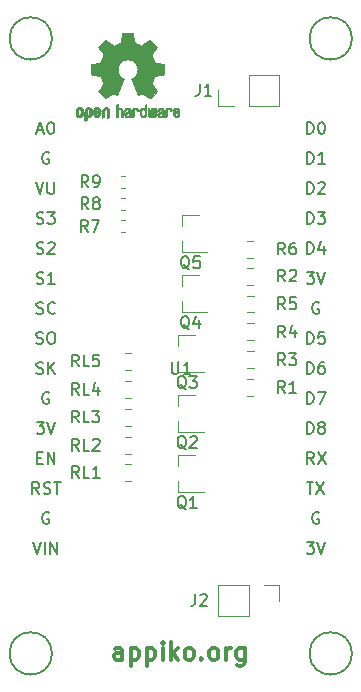
<source format=gbr>
G04 #@! TF.GenerationSoftware,KiCad,Pcbnew,(5.0.2)-1*
G04 #@! TF.CreationDate,2019-06-25T18:24:43+05:30*
G04 #@! TF.ProjectId,CapacityOfBattery,43617061-6369-4747-994f-664261747465,rev?*
G04 #@! TF.SameCoordinates,Original*
G04 #@! TF.FileFunction,Legend,Top*
G04 #@! TF.FilePolarity,Positive*
%FSLAX46Y46*%
G04 Gerber Fmt 4.6, Leading zero omitted, Abs format (unit mm)*
G04 Created by KiCad (PCBNEW (5.0.2)-1) date 06/25/19 18:24:43*
%MOMM*%
%LPD*%
G01*
G04 APERTURE LIST*
%ADD10C,0.300000*%
%ADD11C,0.150000*%
%ADD12C,0.120000*%
%ADD13C,0.010000*%
G04 APERTURE END LIST*
D10*
X23844857Y-67861571D02*
X23844857Y-67075857D01*
X23773428Y-66933000D01*
X23630571Y-66861571D01*
X23344857Y-66861571D01*
X23202000Y-66933000D01*
X23844857Y-67790142D02*
X23702000Y-67861571D01*
X23344857Y-67861571D01*
X23202000Y-67790142D01*
X23130571Y-67647285D01*
X23130571Y-67504428D01*
X23202000Y-67361571D01*
X23344857Y-67290142D01*
X23702000Y-67290142D01*
X23844857Y-67218714D01*
X24559142Y-66861571D02*
X24559142Y-68361571D01*
X24559142Y-66933000D02*
X24702000Y-66861571D01*
X24987714Y-66861571D01*
X25130571Y-66933000D01*
X25202000Y-67004428D01*
X25273428Y-67147285D01*
X25273428Y-67575857D01*
X25202000Y-67718714D01*
X25130571Y-67790142D01*
X24987714Y-67861571D01*
X24702000Y-67861571D01*
X24559142Y-67790142D01*
X25916285Y-66861571D02*
X25916285Y-68361571D01*
X25916285Y-66933000D02*
X26059142Y-66861571D01*
X26344857Y-66861571D01*
X26487714Y-66933000D01*
X26559142Y-67004428D01*
X26630571Y-67147285D01*
X26630571Y-67575857D01*
X26559142Y-67718714D01*
X26487714Y-67790142D01*
X26344857Y-67861571D01*
X26059142Y-67861571D01*
X25916285Y-67790142D01*
X27273428Y-67861571D02*
X27273428Y-66861571D01*
X27273428Y-66361571D02*
X27202000Y-66433000D01*
X27273428Y-66504428D01*
X27344857Y-66433000D01*
X27273428Y-66361571D01*
X27273428Y-66504428D01*
X27987714Y-67861571D02*
X27987714Y-66361571D01*
X28130571Y-67290142D02*
X28559142Y-67861571D01*
X28559142Y-66861571D02*
X27987714Y-67433000D01*
X29416285Y-67861571D02*
X29273428Y-67790142D01*
X29202000Y-67718714D01*
X29130571Y-67575857D01*
X29130571Y-67147285D01*
X29202000Y-67004428D01*
X29273428Y-66933000D01*
X29416285Y-66861571D01*
X29630571Y-66861571D01*
X29773428Y-66933000D01*
X29844857Y-67004428D01*
X29916285Y-67147285D01*
X29916285Y-67575857D01*
X29844857Y-67718714D01*
X29773428Y-67790142D01*
X29630571Y-67861571D01*
X29416285Y-67861571D01*
X30559142Y-67718714D02*
X30630571Y-67790142D01*
X30559142Y-67861571D01*
X30487714Y-67790142D01*
X30559142Y-67718714D01*
X30559142Y-67861571D01*
X31487714Y-67861571D02*
X31344857Y-67790142D01*
X31273428Y-67718714D01*
X31202000Y-67575857D01*
X31202000Y-67147285D01*
X31273428Y-67004428D01*
X31344857Y-66933000D01*
X31487714Y-66861571D01*
X31702000Y-66861571D01*
X31844857Y-66933000D01*
X31916285Y-67004428D01*
X31987714Y-67147285D01*
X31987714Y-67575857D01*
X31916285Y-67718714D01*
X31844857Y-67790142D01*
X31702000Y-67861571D01*
X31487714Y-67861571D01*
X32630571Y-67861571D02*
X32630571Y-66861571D01*
X32630571Y-67147285D02*
X32702000Y-67004428D01*
X32773428Y-66933000D01*
X32916285Y-66861571D01*
X33059142Y-66861571D01*
X34202000Y-66861571D02*
X34202000Y-68075857D01*
X34130571Y-68218714D01*
X34059142Y-68290142D01*
X33916285Y-68361571D01*
X33702000Y-68361571D01*
X33559142Y-68290142D01*
X34202000Y-67790142D02*
X34059142Y-67861571D01*
X33773428Y-67861571D01*
X33630571Y-67790142D01*
X33559142Y-67718714D01*
X33487714Y-67575857D01*
X33487714Y-67147285D01*
X33559142Y-67004428D01*
X33630571Y-66933000D01*
X33773428Y-66861571D01*
X34059142Y-66861571D01*
X34202000Y-66933000D01*
D11*
G04 #@! TO.C,U1*
X43296051Y-67330000D02*
G75*
G03X43296051Y-67330000I-1796051J0D01*
G01*
X17896051Y-67330000D02*
G75*
G03X17896051Y-67330000I-1796051J0D01*
G01*
X17896051Y-15260000D02*
G75*
G03X17896051Y-15260000I-1796051J0D01*
G01*
X43296051Y-15260000D02*
G75*
G03X43296051Y-15260000I-1796051J0D01*
G01*
D12*
G04 #@! TO.C,R2*
X34961252Y-36110000D02*
X34438748Y-36110000D01*
X34961252Y-34690000D02*
X34438748Y-34690000D01*
G04 #@! TO.C,Q5*
X28870000Y-30180000D02*
X30330000Y-30180000D01*
X28870000Y-33340000D02*
X31030000Y-33340000D01*
X28870000Y-33340000D02*
X28870000Y-32410000D01*
X28870000Y-30180000D02*
X28870000Y-31110000D01*
G04 #@! TO.C,J1*
X31944000Y-20980000D02*
X31944000Y-19650000D01*
X33274000Y-20980000D02*
X31944000Y-20980000D01*
X34544000Y-20980000D02*
X34544000Y-18320000D01*
X34544000Y-18320000D02*
X37144000Y-18320000D01*
X34544000Y-20980000D02*
X37144000Y-20980000D01*
X37144000Y-20980000D02*
X37144000Y-18320000D01*
G04 #@! TO.C,J2*
X31944000Y-61535000D02*
X31944000Y-64195000D01*
X34544000Y-61535000D02*
X31944000Y-61535000D01*
X34544000Y-64195000D02*
X31944000Y-64195000D01*
X34544000Y-61535000D02*
X34544000Y-64195000D01*
X35814000Y-61535000D02*
X37144000Y-61535000D01*
X37144000Y-61535000D02*
X37144000Y-62865000D01*
G04 #@! TO.C,Q1*
X28590000Y-50490000D02*
X28590000Y-51420000D01*
X28590000Y-53650000D02*
X28590000Y-52720000D01*
X28590000Y-53650000D02*
X30750000Y-53650000D01*
X28590000Y-50490000D02*
X30050000Y-50490000D01*
G04 #@! TO.C,Q2*
X28590000Y-45410000D02*
X30050000Y-45410000D01*
X28590000Y-48570000D02*
X30750000Y-48570000D01*
X28590000Y-48570000D02*
X28590000Y-47640000D01*
X28590000Y-45410000D02*
X28590000Y-46340000D01*
G04 #@! TO.C,Q3*
X28590000Y-40330000D02*
X28590000Y-41260000D01*
X28590000Y-43490000D02*
X28590000Y-42560000D01*
X28590000Y-43490000D02*
X30750000Y-43490000D01*
X28590000Y-40330000D02*
X30050000Y-40330000D01*
G04 #@! TO.C,Q4*
X28870000Y-35250000D02*
X30330000Y-35250000D01*
X28870000Y-38410000D02*
X31030000Y-38410000D01*
X28870000Y-38410000D02*
X28870000Y-37480000D01*
X28870000Y-35250000D02*
X28870000Y-36180000D01*
G04 #@! TO.C,R1*
X34961252Y-44090000D02*
X34438748Y-44090000D01*
X34961252Y-45510000D02*
X34438748Y-45510000D01*
G04 #@! TO.C,R3*
X34971252Y-43170000D02*
X34448748Y-43170000D01*
X34971252Y-41750000D02*
X34448748Y-41750000D01*
G04 #@! TO.C,R4*
X34971252Y-39390000D02*
X34448748Y-39390000D01*
X34971252Y-40810000D02*
X34448748Y-40810000D01*
G04 #@! TO.C,R5*
X34971252Y-38450000D02*
X34448748Y-38450000D01*
X34971252Y-37030000D02*
X34448748Y-37030000D01*
G04 #@! TO.C,R6*
X34961252Y-33810000D02*
X34438748Y-33810000D01*
X34961252Y-32390000D02*
X34438748Y-32390000D01*
G04 #@! TO.C,R7*
X24091267Y-31690000D02*
X23748733Y-31690000D01*
X24091267Y-30670000D02*
X23748733Y-30670000D01*
G04 #@! TO.C,R8*
X24091267Y-29790000D02*
X23748733Y-29790000D01*
X24091267Y-28770000D02*
X23748733Y-28770000D01*
G04 #@! TO.C,R9*
X23748733Y-27900000D02*
X24091267Y-27900000D01*
X23748733Y-26880000D02*
X24091267Y-26880000D01*
G04 #@! TO.C,RL1*
X24581252Y-52710000D02*
X24058748Y-52710000D01*
X24581252Y-51290000D02*
X24058748Y-51290000D01*
G04 #@! TO.C,RL2*
X24581252Y-50410000D02*
X24058748Y-50410000D01*
X24581252Y-48990000D02*
X24058748Y-48990000D01*
G04 #@! TO.C,RL3*
X24591252Y-46620000D02*
X24068748Y-46620000D01*
X24591252Y-48040000D02*
X24068748Y-48040000D01*
G04 #@! TO.C,RL4*
X24591252Y-44250000D02*
X24068748Y-44250000D01*
X24591252Y-45670000D02*
X24068748Y-45670000D01*
G04 #@! TO.C,RL5*
X24581252Y-43300000D02*
X24058748Y-43300000D01*
X24581252Y-41880000D02*
X24058748Y-41880000D01*
D13*
G04 #@! TO.C,*
G36*
X24439878Y-14787776D02*
X24545612Y-14788355D01*
X24622132Y-14789922D01*
X24674372Y-14792972D01*
X24707263Y-14797996D01*
X24725737Y-14805489D01*
X24734727Y-14815944D01*
X24739163Y-14829853D01*
X24739594Y-14831654D01*
X24746333Y-14864145D01*
X24758808Y-14928252D01*
X24775719Y-15017151D01*
X24795771Y-15124019D01*
X24817664Y-15242033D01*
X24818429Y-15246178D01*
X24840359Y-15361831D01*
X24860877Y-15464014D01*
X24878659Y-15546598D01*
X24892381Y-15603456D01*
X24900718Y-15628458D01*
X24901116Y-15628901D01*
X24925677Y-15641110D01*
X24976315Y-15661456D01*
X25042095Y-15685545D01*
X25042461Y-15685674D01*
X25125317Y-15716818D01*
X25223000Y-15756491D01*
X25315077Y-15796381D01*
X25319434Y-15798353D01*
X25469407Y-15866420D01*
X25801498Y-15639639D01*
X25903374Y-15570504D01*
X25995657Y-15508697D01*
X26073003Y-15457733D01*
X26130064Y-15421127D01*
X26161495Y-15402394D01*
X26164479Y-15401004D01*
X26187321Y-15407190D01*
X26229982Y-15437035D01*
X26294128Y-15491947D01*
X26381421Y-15573334D01*
X26470535Y-15659922D01*
X26556441Y-15745247D01*
X26633327Y-15823108D01*
X26696564Y-15888697D01*
X26741523Y-15937205D01*
X26763576Y-15963825D01*
X26764396Y-15965195D01*
X26766834Y-15983463D01*
X26757650Y-16013295D01*
X26734574Y-16058721D01*
X26695337Y-16123770D01*
X26637670Y-16212470D01*
X26560795Y-16326657D01*
X26492570Y-16427162D01*
X26431582Y-16517303D01*
X26381356Y-16591849D01*
X26345416Y-16645565D01*
X26327287Y-16673218D01*
X26326146Y-16675095D01*
X26328359Y-16701590D01*
X26345138Y-16753086D01*
X26373142Y-16819851D01*
X26383122Y-16841172D01*
X26426672Y-16936159D01*
X26473134Y-17043937D01*
X26510877Y-17137192D01*
X26538073Y-17206406D01*
X26559675Y-17259006D01*
X26572158Y-17286497D01*
X26573709Y-17288616D01*
X26596668Y-17292124D01*
X26650786Y-17301738D01*
X26728868Y-17316089D01*
X26823719Y-17333807D01*
X26928143Y-17353525D01*
X27034944Y-17373874D01*
X27136926Y-17393486D01*
X27226894Y-17410991D01*
X27297653Y-17425022D01*
X27342006Y-17434209D01*
X27352885Y-17436807D01*
X27364122Y-17443218D01*
X27372605Y-17457697D01*
X27378714Y-17485133D01*
X27382832Y-17530411D01*
X27385341Y-17598420D01*
X27386621Y-17694047D01*
X27387054Y-17822180D01*
X27387077Y-17874701D01*
X27387077Y-18301845D01*
X27284500Y-18322091D01*
X27227431Y-18333070D01*
X27142269Y-18349095D01*
X27039372Y-18368233D01*
X26929096Y-18388551D01*
X26898615Y-18394132D01*
X26796855Y-18413917D01*
X26708205Y-18433373D01*
X26640108Y-18450697D01*
X26600004Y-18464088D01*
X26593323Y-18468079D01*
X26576919Y-18496342D01*
X26553399Y-18551109D01*
X26527316Y-18621588D01*
X26522142Y-18636769D01*
X26487956Y-18730896D01*
X26445523Y-18837101D01*
X26403997Y-18932473D01*
X26403792Y-18932916D01*
X26334640Y-19082525D01*
X26789512Y-19751617D01*
X26497500Y-20044116D01*
X26409180Y-20131170D01*
X26328625Y-20207909D01*
X26260360Y-20270237D01*
X26208908Y-20314056D01*
X26178794Y-20335270D01*
X26174474Y-20336616D01*
X26149111Y-20326016D01*
X26097358Y-20296547D01*
X26024868Y-20251705D01*
X25937294Y-20194984D01*
X25842612Y-20131462D01*
X25746516Y-20066668D01*
X25660837Y-20010287D01*
X25591016Y-19965788D01*
X25542494Y-19936639D01*
X25520782Y-19926308D01*
X25494293Y-19935050D01*
X25444062Y-19958087D01*
X25380451Y-19990631D01*
X25373708Y-19994249D01*
X25288046Y-20037210D01*
X25229306Y-20058279D01*
X25192772Y-20058503D01*
X25173731Y-20038928D01*
X25173620Y-20038654D01*
X25164102Y-20015472D01*
X25141403Y-19960441D01*
X25107282Y-19877822D01*
X25063500Y-19771872D01*
X25011816Y-19646852D01*
X24953992Y-19507020D01*
X24897991Y-19371637D01*
X24836447Y-19222234D01*
X24779939Y-19083832D01*
X24730161Y-18960673D01*
X24688806Y-18857002D01*
X24657568Y-18777059D01*
X24638141Y-18725088D01*
X24632154Y-18705692D01*
X24647168Y-18683443D01*
X24686439Y-18647982D01*
X24738807Y-18608887D01*
X24887941Y-18485245D01*
X25004511Y-18343522D01*
X25087118Y-18186704D01*
X25134366Y-18017775D01*
X25144857Y-17839722D01*
X25137231Y-17757539D01*
X25095682Y-17587031D01*
X25024123Y-17436459D01*
X24926995Y-17307309D01*
X24808734Y-17201064D01*
X24673780Y-17119210D01*
X24526571Y-17063232D01*
X24371544Y-17034615D01*
X24213139Y-17034844D01*
X24055794Y-17065405D01*
X23903946Y-17127782D01*
X23762035Y-17223460D01*
X23702803Y-17277572D01*
X23589203Y-17416520D01*
X23510106Y-17568361D01*
X23464986Y-17728667D01*
X23453316Y-17893012D01*
X23474569Y-18056971D01*
X23528220Y-18216118D01*
X23613740Y-18366025D01*
X23730605Y-18502267D01*
X23861193Y-18608887D01*
X23915588Y-18649642D01*
X23954014Y-18684718D01*
X23967846Y-18705726D01*
X23960603Y-18728635D01*
X23940005Y-18783365D01*
X23907746Y-18865672D01*
X23865521Y-18971315D01*
X23815023Y-19096050D01*
X23757948Y-19235636D01*
X23701854Y-19371670D01*
X23639967Y-19521201D01*
X23582644Y-19659767D01*
X23531644Y-19783107D01*
X23488727Y-19886964D01*
X23455653Y-19967080D01*
X23434181Y-20019195D01*
X23426225Y-20038654D01*
X23407429Y-20058423D01*
X23371074Y-20058365D01*
X23312479Y-20037441D01*
X23226968Y-19994613D01*
X23226292Y-19994249D01*
X23161907Y-19961012D01*
X23109861Y-19936802D01*
X23080512Y-19926404D01*
X23079217Y-19926308D01*
X23057124Y-19936855D01*
X23008348Y-19966184D01*
X22938331Y-20010827D01*
X22852514Y-20067314D01*
X22757388Y-20131462D01*
X22660540Y-20196411D01*
X22573253Y-20252896D01*
X22501181Y-20297421D01*
X22449977Y-20326490D01*
X22425526Y-20336616D01*
X22403010Y-20323307D01*
X22357742Y-20286112D01*
X22294244Y-20229128D01*
X22217039Y-20156449D01*
X22130651Y-20072171D01*
X22102399Y-20044016D01*
X21810287Y-19751416D01*
X22032631Y-19425104D01*
X22100202Y-19324897D01*
X22159507Y-19234963D01*
X22207217Y-19160510D01*
X22240007Y-19106751D01*
X22254548Y-19078894D01*
X22254974Y-19076912D01*
X22247308Y-19050655D01*
X22226689Y-18997837D01*
X22196685Y-18927310D01*
X22175625Y-18880093D01*
X22136248Y-18789694D01*
X22099165Y-18698366D01*
X22070415Y-18621200D01*
X22062605Y-18597692D01*
X22040417Y-18534916D01*
X22018727Y-18486411D01*
X22006813Y-18468079D01*
X21980523Y-18456859D01*
X21923142Y-18440954D01*
X21842118Y-18422167D01*
X21744895Y-18402299D01*
X21701385Y-18394132D01*
X21590896Y-18373829D01*
X21484916Y-18354170D01*
X21393801Y-18337088D01*
X21327908Y-18324518D01*
X21315500Y-18322091D01*
X21212923Y-18301845D01*
X21212923Y-17874701D01*
X21213153Y-17734246D01*
X21214099Y-17627979D01*
X21216141Y-17551013D01*
X21219662Y-17498460D01*
X21225043Y-17465433D01*
X21232666Y-17447045D01*
X21242912Y-17438408D01*
X21247115Y-17436807D01*
X21272470Y-17431127D01*
X21328484Y-17419795D01*
X21407964Y-17404179D01*
X21503712Y-17385647D01*
X21608533Y-17365569D01*
X21715232Y-17345312D01*
X21816613Y-17326246D01*
X21905479Y-17309739D01*
X21974637Y-17297159D01*
X22016889Y-17289875D01*
X22026290Y-17288616D01*
X22034807Y-17271763D01*
X22053660Y-17226870D01*
X22079324Y-17162430D01*
X22089123Y-17137192D01*
X22128648Y-17039686D01*
X22175192Y-16931959D01*
X22216877Y-16841172D01*
X22247550Y-16771753D01*
X22267956Y-16714710D01*
X22274768Y-16679777D01*
X22273682Y-16675095D01*
X22259285Y-16652991D01*
X22226412Y-16603831D01*
X22178590Y-16532848D01*
X22119348Y-16445278D01*
X22052215Y-16346357D01*
X22038941Y-16326830D01*
X21961046Y-16211140D01*
X21903787Y-16123044D01*
X21864881Y-16058486D01*
X21842044Y-16013411D01*
X21832994Y-15983763D01*
X21835448Y-15965485D01*
X21835511Y-15965369D01*
X21854827Y-15941361D01*
X21897551Y-15894947D01*
X21959051Y-15830937D01*
X22034698Y-15754145D01*
X22119861Y-15669382D01*
X22129465Y-15659922D01*
X22236790Y-15555989D01*
X22319615Y-15479675D01*
X22379605Y-15429571D01*
X22418423Y-15404270D01*
X22435520Y-15401004D01*
X22460473Y-15415250D01*
X22512255Y-15448156D01*
X22585520Y-15496208D01*
X22674920Y-15555890D01*
X22775111Y-15623688D01*
X22798501Y-15639639D01*
X23130593Y-15866420D01*
X23280565Y-15798353D01*
X23371770Y-15758685D01*
X23469669Y-15718791D01*
X23553831Y-15686983D01*
X23557538Y-15685674D01*
X23623369Y-15661576D01*
X23674116Y-15641200D01*
X23698842Y-15628936D01*
X23698884Y-15628901D01*
X23706729Y-15606734D01*
X23720066Y-15552217D01*
X23737570Y-15471480D01*
X23757917Y-15370650D01*
X23779782Y-15255856D01*
X23781571Y-15246178D01*
X23803504Y-15127904D01*
X23823640Y-15020542D01*
X23840680Y-14930917D01*
X23853328Y-14865851D01*
X23860284Y-14832168D01*
X23860406Y-14831654D01*
X23864639Y-14817325D01*
X23872871Y-14806507D01*
X23890033Y-14798706D01*
X23921058Y-14793429D01*
X23970878Y-14790182D01*
X24044424Y-14788472D01*
X24146629Y-14787807D01*
X24282425Y-14787693D01*
X24300000Y-14787692D01*
X24439878Y-14787776D01*
X24439878Y-14787776D01*
G37*
X24439878Y-14787776D02*
X24545612Y-14788355D01*
X24622132Y-14789922D01*
X24674372Y-14792972D01*
X24707263Y-14797996D01*
X24725737Y-14805489D01*
X24734727Y-14815944D01*
X24739163Y-14829853D01*
X24739594Y-14831654D01*
X24746333Y-14864145D01*
X24758808Y-14928252D01*
X24775719Y-15017151D01*
X24795771Y-15124019D01*
X24817664Y-15242033D01*
X24818429Y-15246178D01*
X24840359Y-15361831D01*
X24860877Y-15464014D01*
X24878659Y-15546598D01*
X24892381Y-15603456D01*
X24900718Y-15628458D01*
X24901116Y-15628901D01*
X24925677Y-15641110D01*
X24976315Y-15661456D01*
X25042095Y-15685545D01*
X25042461Y-15685674D01*
X25125317Y-15716818D01*
X25223000Y-15756491D01*
X25315077Y-15796381D01*
X25319434Y-15798353D01*
X25469407Y-15866420D01*
X25801498Y-15639639D01*
X25903374Y-15570504D01*
X25995657Y-15508697D01*
X26073003Y-15457733D01*
X26130064Y-15421127D01*
X26161495Y-15402394D01*
X26164479Y-15401004D01*
X26187321Y-15407190D01*
X26229982Y-15437035D01*
X26294128Y-15491947D01*
X26381421Y-15573334D01*
X26470535Y-15659922D01*
X26556441Y-15745247D01*
X26633327Y-15823108D01*
X26696564Y-15888697D01*
X26741523Y-15937205D01*
X26763576Y-15963825D01*
X26764396Y-15965195D01*
X26766834Y-15983463D01*
X26757650Y-16013295D01*
X26734574Y-16058721D01*
X26695337Y-16123770D01*
X26637670Y-16212470D01*
X26560795Y-16326657D01*
X26492570Y-16427162D01*
X26431582Y-16517303D01*
X26381356Y-16591849D01*
X26345416Y-16645565D01*
X26327287Y-16673218D01*
X26326146Y-16675095D01*
X26328359Y-16701590D01*
X26345138Y-16753086D01*
X26373142Y-16819851D01*
X26383122Y-16841172D01*
X26426672Y-16936159D01*
X26473134Y-17043937D01*
X26510877Y-17137192D01*
X26538073Y-17206406D01*
X26559675Y-17259006D01*
X26572158Y-17286497D01*
X26573709Y-17288616D01*
X26596668Y-17292124D01*
X26650786Y-17301738D01*
X26728868Y-17316089D01*
X26823719Y-17333807D01*
X26928143Y-17353525D01*
X27034944Y-17373874D01*
X27136926Y-17393486D01*
X27226894Y-17410991D01*
X27297653Y-17425022D01*
X27342006Y-17434209D01*
X27352885Y-17436807D01*
X27364122Y-17443218D01*
X27372605Y-17457697D01*
X27378714Y-17485133D01*
X27382832Y-17530411D01*
X27385341Y-17598420D01*
X27386621Y-17694047D01*
X27387054Y-17822180D01*
X27387077Y-17874701D01*
X27387077Y-18301845D01*
X27284500Y-18322091D01*
X27227431Y-18333070D01*
X27142269Y-18349095D01*
X27039372Y-18368233D01*
X26929096Y-18388551D01*
X26898615Y-18394132D01*
X26796855Y-18413917D01*
X26708205Y-18433373D01*
X26640108Y-18450697D01*
X26600004Y-18464088D01*
X26593323Y-18468079D01*
X26576919Y-18496342D01*
X26553399Y-18551109D01*
X26527316Y-18621588D01*
X26522142Y-18636769D01*
X26487956Y-18730896D01*
X26445523Y-18837101D01*
X26403997Y-18932473D01*
X26403792Y-18932916D01*
X26334640Y-19082525D01*
X26789512Y-19751617D01*
X26497500Y-20044116D01*
X26409180Y-20131170D01*
X26328625Y-20207909D01*
X26260360Y-20270237D01*
X26208908Y-20314056D01*
X26178794Y-20335270D01*
X26174474Y-20336616D01*
X26149111Y-20326016D01*
X26097358Y-20296547D01*
X26024868Y-20251705D01*
X25937294Y-20194984D01*
X25842612Y-20131462D01*
X25746516Y-20066668D01*
X25660837Y-20010287D01*
X25591016Y-19965788D01*
X25542494Y-19936639D01*
X25520782Y-19926308D01*
X25494293Y-19935050D01*
X25444062Y-19958087D01*
X25380451Y-19990631D01*
X25373708Y-19994249D01*
X25288046Y-20037210D01*
X25229306Y-20058279D01*
X25192772Y-20058503D01*
X25173731Y-20038928D01*
X25173620Y-20038654D01*
X25164102Y-20015472D01*
X25141403Y-19960441D01*
X25107282Y-19877822D01*
X25063500Y-19771872D01*
X25011816Y-19646852D01*
X24953992Y-19507020D01*
X24897991Y-19371637D01*
X24836447Y-19222234D01*
X24779939Y-19083832D01*
X24730161Y-18960673D01*
X24688806Y-18857002D01*
X24657568Y-18777059D01*
X24638141Y-18725088D01*
X24632154Y-18705692D01*
X24647168Y-18683443D01*
X24686439Y-18647982D01*
X24738807Y-18608887D01*
X24887941Y-18485245D01*
X25004511Y-18343522D01*
X25087118Y-18186704D01*
X25134366Y-18017775D01*
X25144857Y-17839722D01*
X25137231Y-17757539D01*
X25095682Y-17587031D01*
X25024123Y-17436459D01*
X24926995Y-17307309D01*
X24808734Y-17201064D01*
X24673780Y-17119210D01*
X24526571Y-17063232D01*
X24371544Y-17034615D01*
X24213139Y-17034844D01*
X24055794Y-17065405D01*
X23903946Y-17127782D01*
X23762035Y-17223460D01*
X23702803Y-17277572D01*
X23589203Y-17416520D01*
X23510106Y-17568361D01*
X23464986Y-17728667D01*
X23453316Y-17893012D01*
X23474569Y-18056971D01*
X23528220Y-18216118D01*
X23613740Y-18366025D01*
X23730605Y-18502267D01*
X23861193Y-18608887D01*
X23915588Y-18649642D01*
X23954014Y-18684718D01*
X23967846Y-18705726D01*
X23960603Y-18728635D01*
X23940005Y-18783365D01*
X23907746Y-18865672D01*
X23865521Y-18971315D01*
X23815023Y-19096050D01*
X23757948Y-19235636D01*
X23701854Y-19371670D01*
X23639967Y-19521201D01*
X23582644Y-19659767D01*
X23531644Y-19783107D01*
X23488727Y-19886964D01*
X23455653Y-19967080D01*
X23434181Y-20019195D01*
X23426225Y-20038654D01*
X23407429Y-20058423D01*
X23371074Y-20058365D01*
X23312479Y-20037441D01*
X23226968Y-19994613D01*
X23226292Y-19994249D01*
X23161907Y-19961012D01*
X23109861Y-19936802D01*
X23080512Y-19926404D01*
X23079217Y-19926308D01*
X23057124Y-19936855D01*
X23008348Y-19966184D01*
X22938331Y-20010827D01*
X22852514Y-20067314D01*
X22757388Y-20131462D01*
X22660540Y-20196411D01*
X22573253Y-20252896D01*
X22501181Y-20297421D01*
X22449977Y-20326490D01*
X22425526Y-20336616D01*
X22403010Y-20323307D01*
X22357742Y-20286112D01*
X22294244Y-20229128D01*
X22217039Y-20156449D01*
X22130651Y-20072171D01*
X22102399Y-20044016D01*
X21810287Y-19751416D01*
X22032631Y-19425104D01*
X22100202Y-19324897D01*
X22159507Y-19234963D01*
X22207217Y-19160510D01*
X22240007Y-19106751D01*
X22254548Y-19078894D01*
X22254974Y-19076912D01*
X22247308Y-19050655D01*
X22226689Y-18997837D01*
X22196685Y-18927310D01*
X22175625Y-18880093D01*
X22136248Y-18789694D01*
X22099165Y-18698366D01*
X22070415Y-18621200D01*
X22062605Y-18597692D01*
X22040417Y-18534916D01*
X22018727Y-18486411D01*
X22006813Y-18468079D01*
X21980523Y-18456859D01*
X21923142Y-18440954D01*
X21842118Y-18422167D01*
X21744895Y-18402299D01*
X21701385Y-18394132D01*
X21590896Y-18373829D01*
X21484916Y-18354170D01*
X21393801Y-18337088D01*
X21327908Y-18324518D01*
X21315500Y-18322091D01*
X21212923Y-18301845D01*
X21212923Y-17874701D01*
X21213153Y-17734246D01*
X21214099Y-17627979D01*
X21216141Y-17551013D01*
X21219662Y-17498460D01*
X21225043Y-17465433D01*
X21232666Y-17447045D01*
X21242912Y-17438408D01*
X21247115Y-17436807D01*
X21272470Y-17431127D01*
X21328484Y-17419795D01*
X21407964Y-17404179D01*
X21503712Y-17385647D01*
X21608533Y-17365569D01*
X21715232Y-17345312D01*
X21816613Y-17326246D01*
X21905479Y-17309739D01*
X21974637Y-17297159D01*
X22016889Y-17289875D01*
X22026290Y-17288616D01*
X22034807Y-17271763D01*
X22053660Y-17226870D01*
X22079324Y-17162430D01*
X22089123Y-17137192D01*
X22128648Y-17039686D01*
X22175192Y-16931959D01*
X22216877Y-16841172D01*
X22247550Y-16771753D01*
X22267956Y-16714710D01*
X22274768Y-16679777D01*
X22273682Y-16675095D01*
X22259285Y-16652991D01*
X22226412Y-16603831D01*
X22178590Y-16532848D01*
X22119348Y-16445278D01*
X22052215Y-16346357D01*
X22038941Y-16326830D01*
X21961046Y-16211140D01*
X21903787Y-16123044D01*
X21864881Y-16058486D01*
X21842044Y-16013411D01*
X21832994Y-15983763D01*
X21835448Y-15965485D01*
X21835511Y-15965369D01*
X21854827Y-15941361D01*
X21897551Y-15894947D01*
X21959051Y-15830937D01*
X22034698Y-15754145D01*
X22119861Y-15669382D01*
X22129465Y-15659922D01*
X22236790Y-15555989D01*
X22319615Y-15479675D01*
X22379605Y-15429571D01*
X22418423Y-15404270D01*
X22435520Y-15401004D01*
X22460473Y-15415250D01*
X22512255Y-15448156D01*
X22585520Y-15496208D01*
X22674920Y-15555890D01*
X22775111Y-15623688D01*
X22798501Y-15639639D01*
X23130593Y-15866420D01*
X23280565Y-15798353D01*
X23371770Y-15758685D01*
X23469669Y-15718791D01*
X23553831Y-15686983D01*
X23557538Y-15685674D01*
X23623369Y-15661576D01*
X23674116Y-15641200D01*
X23698842Y-15628936D01*
X23698884Y-15628901D01*
X23706729Y-15606734D01*
X23720066Y-15552217D01*
X23737570Y-15471480D01*
X23757917Y-15370650D01*
X23779782Y-15255856D01*
X23781571Y-15246178D01*
X23803504Y-15127904D01*
X23823640Y-15020542D01*
X23840680Y-14930917D01*
X23853328Y-14865851D01*
X23860284Y-14832168D01*
X23860406Y-14831654D01*
X23864639Y-14817325D01*
X23872871Y-14806507D01*
X23890033Y-14798706D01*
X23921058Y-14793429D01*
X23970878Y-14790182D01*
X24044424Y-14788472D01*
X24146629Y-14787807D01*
X24282425Y-14787693D01*
X24300000Y-14787692D01*
X24439878Y-14787776D01*
G36*
X28545224Y-21147838D02*
X28622528Y-21198361D01*
X28659814Y-21243590D01*
X28689353Y-21325663D01*
X28691699Y-21390607D01*
X28686385Y-21477445D01*
X28486115Y-21565103D01*
X28388739Y-21609887D01*
X28325113Y-21645913D01*
X28292029Y-21677117D01*
X28286280Y-21707436D01*
X28304658Y-21740805D01*
X28324923Y-21762923D01*
X28383889Y-21798393D01*
X28448024Y-21800879D01*
X28506926Y-21773235D01*
X28550197Y-21718320D01*
X28557936Y-21698928D01*
X28595006Y-21638364D01*
X28637654Y-21612552D01*
X28696154Y-21590471D01*
X28696154Y-21674184D01*
X28690982Y-21731150D01*
X28670723Y-21779189D01*
X28628262Y-21834346D01*
X28621951Y-21841514D01*
X28574720Y-21890585D01*
X28534121Y-21916920D01*
X28483328Y-21929035D01*
X28441220Y-21933003D01*
X28365902Y-21933991D01*
X28312286Y-21921466D01*
X28278838Y-21902869D01*
X28226268Y-21861975D01*
X28189879Y-21817748D01*
X28166850Y-21762126D01*
X28154359Y-21687047D01*
X28149587Y-21584449D01*
X28149206Y-21532376D01*
X28150501Y-21469948D01*
X28268471Y-21469948D01*
X28269839Y-21503438D01*
X28273249Y-21508923D01*
X28295753Y-21501472D01*
X28344182Y-21481753D01*
X28408908Y-21453718D01*
X28422443Y-21447692D01*
X28504244Y-21406096D01*
X28549312Y-21369538D01*
X28559217Y-21335296D01*
X28535526Y-21300648D01*
X28515960Y-21285339D01*
X28445360Y-21254721D01*
X28379280Y-21259780D01*
X28323959Y-21297151D01*
X28285636Y-21363473D01*
X28273349Y-21416116D01*
X28268471Y-21469948D01*
X28150501Y-21469948D01*
X28151730Y-21410720D01*
X28161032Y-21320710D01*
X28179460Y-21255167D01*
X28209360Y-21206912D01*
X28253080Y-21168767D01*
X28272141Y-21156440D01*
X28358726Y-21124336D01*
X28453522Y-21122316D01*
X28545224Y-21147838D01*
X28545224Y-21147838D01*
G37*
X28545224Y-21147838D02*
X28622528Y-21198361D01*
X28659814Y-21243590D01*
X28689353Y-21325663D01*
X28691699Y-21390607D01*
X28686385Y-21477445D01*
X28486115Y-21565103D01*
X28388739Y-21609887D01*
X28325113Y-21645913D01*
X28292029Y-21677117D01*
X28286280Y-21707436D01*
X28304658Y-21740805D01*
X28324923Y-21762923D01*
X28383889Y-21798393D01*
X28448024Y-21800879D01*
X28506926Y-21773235D01*
X28550197Y-21718320D01*
X28557936Y-21698928D01*
X28595006Y-21638364D01*
X28637654Y-21612552D01*
X28696154Y-21590471D01*
X28696154Y-21674184D01*
X28690982Y-21731150D01*
X28670723Y-21779189D01*
X28628262Y-21834346D01*
X28621951Y-21841514D01*
X28574720Y-21890585D01*
X28534121Y-21916920D01*
X28483328Y-21929035D01*
X28441220Y-21933003D01*
X28365902Y-21933991D01*
X28312286Y-21921466D01*
X28278838Y-21902869D01*
X28226268Y-21861975D01*
X28189879Y-21817748D01*
X28166850Y-21762126D01*
X28154359Y-21687047D01*
X28149587Y-21584449D01*
X28149206Y-21532376D01*
X28150501Y-21469948D01*
X28268471Y-21469948D01*
X28269839Y-21503438D01*
X28273249Y-21508923D01*
X28295753Y-21501472D01*
X28344182Y-21481753D01*
X28408908Y-21453718D01*
X28422443Y-21447692D01*
X28504244Y-21406096D01*
X28549312Y-21369538D01*
X28559217Y-21335296D01*
X28535526Y-21300648D01*
X28515960Y-21285339D01*
X28445360Y-21254721D01*
X28379280Y-21259780D01*
X28323959Y-21297151D01*
X28285636Y-21363473D01*
X28273349Y-21416116D01*
X28268471Y-21469948D01*
X28150501Y-21469948D01*
X28151730Y-21410720D01*
X28161032Y-21320710D01*
X28179460Y-21255167D01*
X28209360Y-21206912D01*
X28253080Y-21168767D01*
X28272141Y-21156440D01*
X28358726Y-21124336D01*
X28453522Y-21122316D01*
X28545224Y-21147838D01*
G36*
X27870807Y-21136782D02*
X27894161Y-21146988D01*
X27949902Y-21191134D01*
X27997569Y-21254967D01*
X28027048Y-21323087D01*
X28031846Y-21356670D01*
X28015760Y-21403556D01*
X27980475Y-21428365D01*
X27942644Y-21443387D01*
X27925321Y-21446155D01*
X27916886Y-21426066D01*
X27900230Y-21382351D01*
X27892923Y-21362598D01*
X27851948Y-21294271D01*
X27792622Y-21260191D01*
X27716552Y-21261239D01*
X27710918Y-21262581D01*
X27670305Y-21281836D01*
X27640448Y-21319375D01*
X27620055Y-21379809D01*
X27607836Y-21467751D01*
X27602500Y-21587813D01*
X27602000Y-21651698D01*
X27601752Y-21752403D01*
X27600126Y-21821054D01*
X27595801Y-21864673D01*
X27587454Y-21890282D01*
X27573765Y-21904903D01*
X27553411Y-21915558D01*
X27552234Y-21916095D01*
X27513038Y-21932667D01*
X27493619Y-21938769D01*
X27490635Y-21920319D01*
X27488081Y-21869323D01*
X27486140Y-21792308D01*
X27484997Y-21695805D01*
X27484769Y-21625184D01*
X27485932Y-21488525D01*
X27490479Y-21384851D01*
X27499999Y-21308108D01*
X27516081Y-21252246D01*
X27540313Y-21211212D01*
X27574286Y-21178954D01*
X27607833Y-21156440D01*
X27688499Y-21126476D01*
X27782381Y-21119718D01*
X27870807Y-21136782D01*
X27870807Y-21136782D01*
G37*
X27870807Y-21136782D02*
X27894161Y-21146988D01*
X27949902Y-21191134D01*
X27997569Y-21254967D01*
X28027048Y-21323087D01*
X28031846Y-21356670D01*
X28015760Y-21403556D01*
X27980475Y-21428365D01*
X27942644Y-21443387D01*
X27925321Y-21446155D01*
X27916886Y-21426066D01*
X27900230Y-21382351D01*
X27892923Y-21362598D01*
X27851948Y-21294271D01*
X27792622Y-21260191D01*
X27716552Y-21261239D01*
X27710918Y-21262581D01*
X27670305Y-21281836D01*
X27640448Y-21319375D01*
X27620055Y-21379809D01*
X27607836Y-21467751D01*
X27602500Y-21587813D01*
X27602000Y-21651698D01*
X27601752Y-21752403D01*
X27600126Y-21821054D01*
X27595801Y-21864673D01*
X27587454Y-21890282D01*
X27573765Y-21904903D01*
X27553411Y-21915558D01*
X27552234Y-21916095D01*
X27513038Y-21932667D01*
X27493619Y-21938769D01*
X27490635Y-21920319D01*
X27488081Y-21869323D01*
X27486140Y-21792308D01*
X27484997Y-21695805D01*
X27484769Y-21625184D01*
X27485932Y-21488525D01*
X27490479Y-21384851D01*
X27499999Y-21308108D01*
X27516081Y-21252246D01*
X27540313Y-21211212D01*
X27574286Y-21178954D01*
X27607833Y-21156440D01*
X27688499Y-21126476D01*
X27782381Y-21119718D01*
X27870807Y-21136782D01*
G36*
X27187333Y-21133528D02*
X27243590Y-21159117D01*
X27287747Y-21190124D01*
X27320101Y-21224795D01*
X27342438Y-21269520D01*
X27356546Y-21330692D01*
X27364211Y-21414701D01*
X27367220Y-21527940D01*
X27367538Y-21602509D01*
X27367538Y-21893420D01*
X27317773Y-21916095D01*
X27278576Y-21932667D01*
X27259157Y-21938769D01*
X27255442Y-21920610D01*
X27252495Y-21871648D01*
X27250691Y-21800153D01*
X27250308Y-21743385D01*
X27248661Y-21661371D01*
X27244222Y-21596309D01*
X27237740Y-21556467D01*
X27232590Y-21548000D01*
X27197977Y-21556646D01*
X27143640Y-21578823D01*
X27080722Y-21608886D01*
X27020368Y-21641192D01*
X26973721Y-21670098D01*
X26951926Y-21689961D01*
X26951839Y-21690175D01*
X26953714Y-21726935D01*
X26970525Y-21762026D01*
X27000039Y-21790528D01*
X27043116Y-21800061D01*
X27079932Y-21798950D01*
X27132074Y-21798133D01*
X27159444Y-21810349D01*
X27175882Y-21842624D01*
X27177955Y-21848710D01*
X27185081Y-21894739D01*
X27166024Y-21922687D01*
X27116353Y-21936007D01*
X27062697Y-21938470D01*
X26966142Y-21920210D01*
X26916159Y-21894131D01*
X26854429Y-21832868D01*
X26821690Y-21757670D01*
X26818753Y-21678211D01*
X26846424Y-21604167D01*
X26888047Y-21557769D01*
X26929604Y-21531793D01*
X26994922Y-21498907D01*
X27071038Y-21465557D01*
X27083726Y-21460461D01*
X27167333Y-21423565D01*
X27215530Y-21391046D01*
X27231030Y-21358718D01*
X27216550Y-21322394D01*
X27191692Y-21294000D01*
X27132939Y-21259039D01*
X27068293Y-21256417D01*
X27009008Y-21283358D01*
X26966339Y-21337088D01*
X26960739Y-21350950D01*
X26928133Y-21401936D01*
X26880530Y-21439787D01*
X26820461Y-21470850D01*
X26820461Y-21382768D01*
X26823997Y-21328951D01*
X26839156Y-21286534D01*
X26872768Y-21241279D01*
X26905035Y-21206420D01*
X26955209Y-21157062D01*
X26994193Y-21130547D01*
X27036064Y-21119911D01*
X27083460Y-21118154D01*
X27187333Y-21133528D01*
X27187333Y-21133528D01*
G37*
X27187333Y-21133528D02*
X27243590Y-21159117D01*
X27287747Y-21190124D01*
X27320101Y-21224795D01*
X27342438Y-21269520D01*
X27356546Y-21330692D01*
X27364211Y-21414701D01*
X27367220Y-21527940D01*
X27367538Y-21602509D01*
X27367538Y-21893420D01*
X27317773Y-21916095D01*
X27278576Y-21932667D01*
X27259157Y-21938769D01*
X27255442Y-21920610D01*
X27252495Y-21871648D01*
X27250691Y-21800153D01*
X27250308Y-21743385D01*
X27248661Y-21661371D01*
X27244222Y-21596309D01*
X27237740Y-21556467D01*
X27232590Y-21548000D01*
X27197977Y-21556646D01*
X27143640Y-21578823D01*
X27080722Y-21608886D01*
X27020368Y-21641192D01*
X26973721Y-21670098D01*
X26951926Y-21689961D01*
X26951839Y-21690175D01*
X26953714Y-21726935D01*
X26970525Y-21762026D01*
X27000039Y-21790528D01*
X27043116Y-21800061D01*
X27079932Y-21798950D01*
X27132074Y-21798133D01*
X27159444Y-21810349D01*
X27175882Y-21842624D01*
X27177955Y-21848710D01*
X27185081Y-21894739D01*
X27166024Y-21922687D01*
X27116353Y-21936007D01*
X27062697Y-21938470D01*
X26966142Y-21920210D01*
X26916159Y-21894131D01*
X26854429Y-21832868D01*
X26821690Y-21757670D01*
X26818753Y-21678211D01*
X26846424Y-21604167D01*
X26888047Y-21557769D01*
X26929604Y-21531793D01*
X26994922Y-21498907D01*
X27071038Y-21465557D01*
X27083726Y-21460461D01*
X27167333Y-21423565D01*
X27215530Y-21391046D01*
X27231030Y-21358718D01*
X27216550Y-21322394D01*
X27191692Y-21294000D01*
X27132939Y-21259039D01*
X27068293Y-21256417D01*
X27009008Y-21283358D01*
X26966339Y-21337088D01*
X26960739Y-21350950D01*
X26928133Y-21401936D01*
X26880530Y-21439787D01*
X26820461Y-21470850D01*
X26820461Y-21382768D01*
X26823997Y-21328951D01*
X26839156Y-21286534D01*
X26872768Y-21241279D01*
X26905035Y-21206420D01*
X26955209Y-21157062D01*
X26994193Y-21130547D01*
X27036064Y-21119911D01*
X27083460Y-21118154D01*
X27187333Y-21133528D01*
G36*
X26695929Y-21136662D02*
X26698911Y-21188068D01*
X26701247Y-21266192D01*
X26702749Y-21364857D01*
X26703231Y-21468343D01*
X26703231Y-21818533D01*
X26641401Y-21880363D01*
X26598793Y-21918462D01*
X26561390Y-21933895D01*
X26510270Y-21932918D01*
X26489978Y-21930433D01*
X26426554Y-21923200D01*
X26374095Y-21919055D01*
X26361308Y-21918672D01*
X26318199Y-21921176D01*
X26256544Y-21927462D01*
X26232638Y-21930433D01*
X26173922Y-21935028D01*
X26134464Y-21925046D01*
X26095338Y-21894228D01*
X26081215Y-21880363D01*
X26019385Y-21818533D01*
X26019385Y-21163503D01*
X26069150Y-21140829D01*
X26112002Y-21124034D01*
X26137073Y-21118154D01*
X26143501Y-21136736D01*
X26149509Y-21188655D01*
X26154697Y-21268172D01*
X26158664Y-21369546D01*
X26160577Y-21455192D01*
X26165923Y-21792231D01*
X26212560Y-21798825D01*
X26254976Y-21794214D01*
X26275760Y-21779287D01*
X26281570Y-21751377D01*
X26286530Y-21691925D01*
X26290246Y-21608466D01*
X26292324Y-21508532D01*
X26292624Y-21457104D01*
X26292923Y-21161054D01*
X26354454Y-21139604D01*
X26398004Y-21125020D01*
X26421694Y-21118219D01*
X26422377Y-21118154D01*
X26424754Y-21136642D01*
X26427366Y-21187906D01*
X26429995Y-21265649D01*
X26432421Y-21363574D01*
X26434115Y-21455192D01*
X26439461Y-21792231D01*
X26556692Y-21792231D01*
X26562072Y-21484746D01*
X26567451Y-21177261D01*
X26624601Y-21147707D01*
X26666797Y-21127413D01*
X26691770Y-21118204D01*
X26692491Y-21118154D01*
X26695929Y-21136662D01*
X26695929Y-21136662D01*
G37*
X26695929Y-21136662D02*
X26698911Y-21188068D01*
X26701247Y-21266192D01*
X26702749Y-21364857D01*
X26703231Y-21468343D01*
X26703231Y-21818533D01*
X26641401Y-21880363D01*
X26598793Y-21918462D01*
X26561390Y-21933895D01*
X26510270Y-21932918D01*
X26489978Y-21930433D01*
X26426554Y-21923200D01*
X26374095Y-21919055D01*
X26361308Y-21918672D01*
X26318199Y-21921176D01*
X26256544Y-21927462D01*
X26232638Y-21930433D01*
X26173922Y-21935028D01*
X26134464Y-21925046D01*
X26095338Y-21894228D01*
X26081215Y-21880363D01*
X26019385Y-21818533D01*
X26019385Y-21163503D01*
X26069150Y-21140829D01*
X26112002Y-21124034D01*
X26137073Y-21118154D01*
X26143501Y-21136736D01*
X26149509Y-21188655D01*
X26154697Y-21268172D01*
X26158664Y-21369546D01*
X26160577Y-21455192D01*
X26165923Y-21792231D01*
X26212560Y-21798825D01*
X26254976Y-21794214D01*
X26275760Y-21779287D01*
X26281570Y-21751377D01*
X26286530Y-21691925D01*
X26290246Y-21608466D01*
X26292324Y-21508532D01*
X26292624Y-21457104D01*
X26292923Y-21161054D01*
X26354454Y-21139604D01*
X26398004Y-21125020D01*
X26421694Y-21118219D01*
X26422377Y-21118154D01*
X26424754Y-21136642D01*
X26427366Y-21187906D01*
X26429995Y-21265649D01*
X26432421Y-21363574D01*
X26434115Y-21455192D01*
X26439461Y-21792231D01*
X26556692Y-21792231D01*
X26562072Y-21484746D01*
X26567451Y-21177261D01*
X26624601Y-21147707D01*
X26666797Y-21127413D01*
X26691770Y-21118204D01*
X26692491Y-21118154D01*
X26695929Y-21136662D01*
G36*
X25902081Y-21280289D02*
X25901833Y-21426320D01*
X25900872Y-21538655D01*
X25898794Y-21622678D01*
X25895193Y-21683769D01*
X25889665Y-21727309D01*
X25881804Y-21758679D01*
X25871207Y-21783262D01*
X25863182Y-21797294D01*
X25796728Y-21873388D01*
X25712470Y-21921084D01*
X25619249Y-21938199D01*
X25525900Y-21922546D01*
X25470312Y-21894418D01*
X25411957Y-21845760D01*
X25372186Y-21786333D01*
X25348190Y-21708507D01*
X25337161Y-21604652D01*
X25335599Y-21528462D01*
X25335809Y-21522986D01*
X25472308Y-21522986D01*
X25473141Y-21610355D01*
X25476961Y-21668192D01*
X25485746Y-21706029D01*
X25501474Y-21733398D01*
X25520266Y-21754042D01*
X25583375Y-21793890D01*
X25651137Y-21797295D01*
X25715179Y-21764025D01*
X25720164Y-21759517D01*
X25741439Y-21736067D01*
X25754779Y-21708166D01*
X25762001Y-21666641D01*
X25764923Y-21602316D01*
X25765385Y-21531200D01*
X25764383Y-21441858D01*
X25760238Y-21382258D01*
X25751236Y-21343089D01*
X25735667Y-21315040D01*
X25722902Y-21300144D01*
X25663600Y-21262575D01*
X25595301Y-21258057D01*
X25530110Y-21286753D01*
X25517528Y-21297406D01*
X25496111Y-21321063D01*
X25482744Y-21349251D01*
X25475566Y-21391245D01*
X25472719Y-21456319D01*
X25472308Y-21522986D01*
X25335809Y-21522986D01*
X25340322Y-21405765D01*
X25356362Y-21313577D01*
X25386528Y-21244269D01*
X25433629Y-21190211D01*
X25470312Y-21162505D01*
X25536990Y-21132572D01*
X25614272Y-21118678D01*
X25686110Y-21122397D01*
X25726308Y-21137400D01*
X25742082Y-21141670D01*
X25752550Y-21125750D01*
X25759856Y-21083089D01*
X25765385Y-21018106D01*
X25771437Y-20945732D01*
X25779844Y-20902187D01*
X25795141Y-20877287D01*
X25821864Y-20860845D01*
X25838654Y-20853564D01*
X25902154Y-20826963D01*
X25902081Y-21280289D01*
X25902081Y-21280289D01*
G37*
X25902081Y-21280289D02*
X25901833Y-21426320D01*
X25900872Y-21538655D01*
X25898794Y-21622678D01*
X25895193Y-21683769D01*
X25889665Y-21727309D01*
X25881804Y-21758679D01*
X25871207Y-21783262D01*
X25863182Y-21797294D01*
X25796728Y-21873388D01*
X25712470Y-21921084D01*
X25619249Y-21938199D01*
X25525900Y-21922546D01*
X25470312Y-21894418D01*
X25411957Y-21845760D01*
X25372186Y-21786333D01*
X25348190Y-21708507D01*
X25337161Y-21604652D01*
X25335599Y-21528462D01*
X25335809Y-21522986D01*
X25472308Y-21522986D01*
X25473141Y-21610355D01*
X25476961Y-21668192D01*
X25485746Y-21706029D01*
X25501474Y-21733398D01*
X25520266Y-21754042D01*
X25583375Y-21793890D01*
X25651137Y-21797295D01*
X25715179Y-21764025D01*
X25720164Y-21759517D01*
X25741439Y-21736067D01*
X25754779Y-21708166D01*
X25762001Y-21666641D01*
X25764923Y-21602316D01*
X25765385Y-21531200D01*
X25764383Y-21441858D01*
X25760238Y-21382258D01*
X25751236Y-21343089D01*
X25735667Y-21315040D01*
X25722902Y-21300144D01*
X25663600Y-21262575D01*
X25595301Y-21258057D01*
X25530110Y-21286753D01*
X25517528Y-21297406D01*
X25496111Y-21321063D01*
X25482744Y-21349251D01*
X25475566Y-21391245D01*
X25472719Y-21456319D01*
X25472308Y-21522986D01*
X25335809Y-21522986D01*
X25340322Y-21405765D01*
X25356362Y-21313577D01*
X25386528Y-21244269D01*
X25433629Y-21190211D01*
X25470312Y-21162505D01*
X25536990Y-21132572D01*
X25614272Y-21118678D01*
X25686110Y-21122397D01*
X25726308Y-21137400D01*
X25742082Y-21141670D01*
X25752550Y-21125750D01*
X25759856Y-21083089D01*
X25765385Y-21018106D01*
X25771437Y-20945732D01*
X25779844Y-20902187D01*
X25795141Y-20877287D01*
X25821864Y-20860845D01*
X25838654Y-20853564D01*
X25902154Y-20826963D01*
X25902081Y-21280289D01*
G36*
X25013362Y-21124670D02*
X25102117Y-21157421D01*
X25174022Y-21215350D01*
X25202144Y-21256128D01*
X25232802Y-21330954D01*
X25232165Y-21385058D01*
X25199987Y-21421446D01*
X25188081Y-21427633D01*
X25136675Y-21446925D01*
X25110422Y-21441982D01*
X25101530Y-21409587D01*
X25101077Y-21391692D01*
X25084797Y-21325859D01*
X25042365Y-21279807D01*
X24983388Y-21257564D01*
X24917475Y-21263161D01*
X24863895Y-21292229D01*
X24845798Y-21308810D01*
X24832971Y-21328925D01*
X24824306Y-21359332D01*
X24818696Y-21406788D01*
X24815035Y-21478050D01*
X24812215Y-21579875D01*
X24811484Y-21612115D01*
X24808820Y-21722410D01*
X24805792Y-21800036D01*
X24801250Y-21851396D01*
X24794046Y-21882890D01*
X24783033Y-21900920D01*
X24767060Y-21911888D01*
X24756834Y-21916733D01*
X24713406Y-21933301D01*
X24687842Y-21938769D01*
X24679395Y-21920507D01*
X24674239Y-21865296D01*
X24672346Y-21772499D01*
X24673689Y-21641478D01*
X24674107Y-21621269D01*
X24677058Y-21501733D01*
X24680548Y-21414449D01*
X24685514Y-21352591D01*
X24692893Y-21309336D01*
X24703624Y-21277860D01*
X24718645Y-21251339D01*
X24726502Y-21239975D01*
X24771553Y-21189692D01*
X24821940Y-21150581D01*
X24828108Y-21147167D01*
X24918458Y-21120212D01*
X25013362Y-21124670D01*
X25013362Y-21124670D01*
G37*
X25013362Y-21124670D02*
X25102117Y-21157421D01*
X25174022Y-21215350D01*
X25202144Y-21256128D01*
X25232802Y-21330954D01*
X25232165Y-21385058D01*
X25199987Y-21421446D01*
X25188081Y-21427633D01*
X25136675Y-21446925D01*
X25110422Y-21441982D01*
X25101530Y-21409587D01*
X25101077Y-21391692D01*
X25084797Y-21325859D01*
X25042365Y-21279807D01*
X24983388Y-21257564D01*
X24917475Y-21263161D01*
X24863895Y-21292229D01*
X24845798Y-21308810D01*
X24832971Y-21328925D01*
X24824306Y-21359332D01*
X24818696Y-21406788D01*
X24815035Y-21478050D01*
X24812215Y-21579875D01*
X24811484Y-21612115D01*
X24808820Y-21722410D01*
X24805792Y-21800036D01*
X24801250Y-21851396D01*
X24794046Y-21882890D01*
X24783033Y-21900920D01*
X24767060Y-21911888D01*
X24756834Y-21916733D01*
X24713406Y-21933301D01*
X24687842Y-21938769D01*
X24679395Y-21920507D01*
X24674239Y-21865296D01*
X24672346Y-21772499D01*
X24673689Y-21641478D01*
X24674107Y-21621269D01*
X24677058Y-21501733D01*
X24680548Y-21414449D01*
X24685514Y-21352591D01*
X24692893Y-21309336D01*
X24703624Y-21277860D01*
X24718645Y-21251339D01*
X24726502Y-21239975D01*
X24771553Y-21189692D01*
X24821940Y-21150581D01*
X24828108Y-21147167D01*
X24918458Y-21120212D01*
X25013362Y-21124670D01*
G36*
X24353501Y-21126303D02*
X24430060Y-21154733D01*
X24430936Y-21155279D01*
X24478285Y-21190127D01*
X24513241Y-21230852D01*
X24537825Y-21283925D01*
X24554062Y-21355814D01*
X24563975Y-21452992D01*
X24569586Y-21581928D01*
X24570077Y-21600298D01*
X24577141Y-21877287D01*
X24517695Y-21908028D01*
X24474681Y-21928802D01*
X24448710Y-21938646D01*
X24447509Y-21938769D01*
X24443014Y-21920606D01*
X24439444Y-21871612D01*
X24437248Y-21800031D01*
X24436769Y-21742068D01*
X24436758Y-21648170D01*
X24432466Y-21589203D01*
X24417503Y-21561079D01*
X24385482Y-21559706D01*
X24330014Y-21580998D01*
X24246269Y-21620136D01*
X24184689Y-21652643D01*
X24153017Y-21680845D01*
X24143706Y-21711582D01*
X24143692Y-21713104D01*
X24159057Y-21766054D01*
X24204547Y-21794660D01*
X24274166Y-21798803D01*
X24324313Y-21798084D01*
X24350754Y-21812527D01*
X24367243Y-21847218D01*
X24376733Y-21891416D01*
X24363057Y-21916493D01*
X24357907Y-21920082D01*
X24309425Y-21934496D01*
X24241531Y-21936537D01*
X24171612Y-21926983D01*
X24122068Y-21909522D01*
X24053570Y-21851364D01*
X24014634Y-21770408D01*
X24006923Y-21707160D01*
X24012807Y-21650111D01*
X24034101Y-21603542D01*
X24076265Y-21562181D01*
X24144759Y-21520755D01*
X24245044Y-21473993D01*
X24251154Y-21471350D01*
X24341490Y-21429617D01*
X24397235Y-21395391D01*
X24421129Y-21364635D01*
X24415913Y-21333311D01*
X24384328Y-21297383D01*
X24374883Y-21289116D01*
X24311617Y-21257058D01*
X24246064Y-21258407D01*
X24188972Y-21289838D01*
X24151093Y-21348024D01*
X24147574Y-21359446D01*
X24113300Y-21414837D01*
X24069809Y-21441518D01*
X24006923Y-21467960D01*
X24006923Y-21399548D01*
X24026052Y-21300110D01*
X24082831Y-21208902D01*
X24112378Y-21178389D01*
X24179542Y-21139228D01*
X24264956Y-21121500D01*
X24353501Y-21126303D01*
X24353501Y-21126303D01*
G37*
X24353501Y-21126303D02*
X24430060Y-21154733D01*
X24430936Y-21155279D01*
X24478285Y-21190127D01*
X24513241Y-21230852D01*
X24537825Y-21283925D01*
X24554062Y-21355814D01*
X24563975Y-21452992D01*
X24569586Y-21581928D01*
X24570077Y-21600298D01*
X24577141Y-21877287D01*
X24517695Y-21908028D01*
X24474681Y-21928802D01*
X24448710Y-21938646D01*
X24447509Y-21938769D01*
X24443014Y-21920606D01*
X24439444Y-21871612D01*
X24437248Y-21800031D01*
X24436769Y-21742068D01*
X24436758Y-21648170D01*
X24432466Y-21589203D01*
X24417503Y-21561079D01*
X24385482Y-21559706D01*
X24330014Y-21580998D01*
X24246269Y-21620136D01*
X24184689Y-21652643D01*
X24153017Y-21680845D01*
X24143706Y-21711582D01*
X24143692Y-21713104D01*
X24159057Y-21766054D01*
X24204547Y-21794660D01*
X24274166Y-21798803D01*
X24324313Y-21798084D01*
X24350754Y-21812527D01*
X24367243Y-21847218D01*
X24376733Y-21891416D01*
X24363057Y-21916493D01*
X24357907Y-21920082D01*
X24309425Y-21934496D01*
X24241531Y-21936537D01*
X24171612Y-21926983D01*
X24122068Y-21909522D01*
X24053570Y-21851364D01*
X24014634Y-21770408D01*
X24006923Y-21707160D01*
X24012807Y-21650111D01*
X24034101Y-21603542D01*
X24076265Y-21562181D01*
X24144759Y-21520755D01*
X24245044Y-21473993D01*
X24251154Y-21471350D01*
X24341490Y-21429617D01*
X24397235Y-21395391D01*
X24421129Y-21364635D01*
X24415913Y-21333311D01*
X24384328Y-21297383D01*
X24374883Y-21289116D01*
X24311617Y-21257058D01*
X24246064Y-21258407D01*
X24188972Y-21289838D01*
X24151093Y-21348024D01*
X24147574Y-21359446D01*
X24113300Y-21414837D01*
X24069809Y-21441518D01*
X24006923Y-21467960D01*
X24006923Y-21399548D01*
X24026052Y-21300110D01*
X24082831Y-21208902D01*
X24112378Y-21178389D01*
X24179542Y-21139228D01*
X24264956Y-21121500D01*
X24353501Y-21126303D01*
G36*
X23459846Y-20992120D02*
X23465572Y-21071980D01*
X23472149Y-21119039D01*
X23481262Y-21139566D01*
X23494598Y-21139829D01*
X23498923Y-21137378D01*
X23556444Y-21119636D01*
X23631268Y-21120672D01*
X23707339Y-21138910D01*
X23754918Y-21162505D01*
X23803702Y-21200198D01*
X23839364Y-21242855D01*
X23863845Y-21297057D01*
X23879087Y-21369384D01*
X23887030Y-21466419D01*
X23889616Y-21594742D01*
X23889662Y-21619358D01*
X23889692Y-21895870D01*
X23828161Y-21917320D01*
X23784459Y-21931912D01*
X23760482Y-21938706D01*
X23759777Y-21938769D01*
X23757415Y-21920345D01*
X23755406Y-21869526D01*
X23753901Y-21792993D01*
X23753053Y-21697430D01*
X23752923Y-21639329D01*
X23752651Y-21524771D01*
X23751252Y-21442667D01*
X23747849Y-21386393D01*
X23741567Y-21349326D01*
X23731529Y-21324844D01*
X23716861Y-21306325D01*
X23707702Y-21297406D01*
X23644789Y-21261466D01*
X23576136Y-21258775D01*
X23513848Y-21289170D01*
X23502329Y-21300144D01*
X23485433Y-21320779D01*
X23473714Y-21345256D01*
X23466233Y-21380647D01*
X23462054Y-21434026D01*
X23460237Y-21512466D01*
X23459846Y-21620617D01*
X23459846Y-21895870D01*
X23398315Y-21917320D01*
X23354613Y-21931912D01*
X23330636Y-21938706D01*
X23329930Y-21938769D01*
X23328126Y-21920069D01*
X23326500Y-21867322D01*
X23325117Y-21785557D01*
X23324042Y-21679805D01*
X23323340Y-21555094D01*
X23323077Y-21416455D01*
X23323077Y-20881806D01*
X23450077Y-20828236D01*
X23459846Y-20992120D01*
X23459846Y-20992120D01*
G37*
X23459846Y-20992120D02*
X23465572Y-21071980D01*
X23472149Y-21119039D01*
X23481262Y-21139566D01*
X23494598Y-21139829D01*
X23498923Y-21137378D01*
X23556444Y-21119636D01*
X23631268Y-21120672D01*
X23707339Y-21138910D01*
X23754918Y-21162505D01*
X23803702Y-21200198D01*
X23839364Y-21242855D01*
X23863845Y-21297057D01*
X23879087Y-21369384D01*
X23887030Y-21466419D01*
X23889616Y-21594742D01*
X23889662Y-21619358D01*
X23889692Y-21895870D01*
X23828161Y-21917320D01*
X23784459Y-21931912D01*
X23760482Y-21938706D01*
X23759777Y-21938769D01*
X23757415Y-21920345D01*
X23755406Y-21869526D01*
X23753901Y-21792993D01*
X23753053Y-21697430D01*
X23752923Y-21639329D01*
X23752651Y-21524771D01*
X23751252Y-21442667D01*
X23747849Y-21386393D01*
X23741567Y-21349326D01*
X23731529Y-21324844D01*
X23716861Y-21306325D01*
X23707702Y-21297406D01*
X23644789Y-21261466D01*
X23576136Y-21258775D01*
X23513848Y-21289170D01*
X23502329Y-21300144D01*
X23485433Y-21320779D01*
X23473714Y-21345256D01*
X23466233Y-21380647D01*
X23462054Y-21434026D01*
X23460237Y-21512466D01*
X23459846Y-21620617D01*
X23459846Y-21895870D01*
X23398315Y-21917320D01*
X23354613Y-21931912D01*
X23330636Y-21938706D01*
X23329930Y-21938769D01*
X23328126Y-21920069D01*
X23326500Y-21867322D01*
X23325117Y-21785557D01*
X23324042Y-21679805D01*
X23323340Y-21555094D01*
X23323077Y-21416455D01*
X23323077Y-20881806D01*
X23450077Y-20828236D01*
X23459846Y-20992120D01*
G36*
X21834254Y-21099745D02*
X21911286Y-21151567D01*
X21970816Y-21226412D01*
X22006378Y-21321654D01*
X22013571Y-21391756D01*
X22012754Y-21421009D01*
X22005914Y-21443407D01*
X21987112Y-21463474D01*
X21950408Y-21485733D01*
X21889862Y-21514709D01*
X21799534Y-21554927D01*
X21799077Y-21555129D01*
X21715933Y-21593210D01*
X21647753Y-21627025D01*
X21601505Y-21652933D01*
X21584158Y-21667295D01*
X21584154Y-21667411D01*
X21599443Y-21698685D01*
X21635196Y-21733157D01*
X21676242Y-21757990D01*
X21697037Y-21762923D01*
X21753770Y-21745862D01*
X21802627Y-21703133D01*
X21826465Y-21656155D01*
X21849397Y-21621522D01*
X21894318Y-21582081D01*
X21947123Y-21548009D01*
X21993710Y-21529480D01*
X22003452Y-21528462D01*
X22014418Y-21545215D01*
X22015079Y-21588039D01*
X22007020Y-21645781D01*
X21991827Y-21707289D01*
X21971086Y-21761409D01*
X21970038Y-21763510D01*
X21907621Y-21850660D01*
X21826726Y-21909939D01*
X21734856Y-21939034D01*
X21639513Y-21935634D01*
X21548198Y-21897428D01*
X21544138Y-21894741D01*
X21472306Y-21829642D01*
X21425073Y-21744705D01*
X21398934Y-21633021D01*
X21395426Y-21601643D01*
X21389213Y-21453536D01*
X21396661Y-21384468D01*
X21584154Y-21384468D01*
X21586590Y-21427552D01*
X21599914Y-21440126D01*
X21633132Y-21430719D01*
X21685494Y-21408483D01*
X21744024Y-21380610D01*
X21745479Y-21379872D01*
X21795089Y-21353777D01*
X21815000Y-21336363D01*
X21810090Y-21318107D01*
X21789416Y-21294120D01*
X21736819Y-21259406D01*
X21680177Y-21256856D01*
X21629369Y-21282119D01*
X21594276Y-21330847D01*
X21584154Y-21384468D01*
X21396661Y-21384468D01*
X21401992Y-21335036D01*
X21434778Y-21241055D01*
X21480421Y-21175215D01*
X21562802Y-21108681D01*
X21653546Y-21075676D01*
X21746185Y-21073573D01*
X21834254Y-21099745D01*
X21834254Y-21099745D01*
G37*
X21834254Y-21099745D02*
X21911286Y-21151567D01*
X21970816Y-21226412D01*
X22006378Y-21321654D01*
X22013571Y-21391756D01*
X22012754Y-21421009D01*
X22005914Y-21443407D01*
X21987112Y-21463474D01*
X21950408Y-21485733D01*
X21889862Y-21514709D01*
X21799534Y-21554927D01*
X21799077Y-21555129D01*
X21715933Y-21593210D01*
X21647753Y-21627025D01*
X21601505Y-21652933D01*
X21584158Y-21667295D01*
X21584154Y-21667411D01*
X21599443Y-21698685D01*
X21635196Y-21733157D01*
X21676242Y-21757990D01*
X21697037Y-21762923D01*
X21753770Y-21745862D01*
X21802627Y-21703133D01*
X21826465Y-21656155D01*
X21849397Y-21621522D01*
X21894318Y-21582081D01*
X21947123Y-21548009D01*
X21993710Y-21529480D01*
X22003452Y-21528462D01*
X22014418Y-21545215D01*
X22015079Y-21588039D01*
X22007020Y-21645781D01*
X21991827Y-21707289D01*
X21971086Y-21761409D01*
X21970038Y-21763510D01*
X21907621Y-21850660D01*
X21826726Y-21909939D01*
X21734856Y-21939034D01*
X21639513Y-21935634D01*
X21548198Y-21897428D01*
X21544138Y-21894741D01*
X21472306Y-21829642D01*
X21425073Y-21744705D01*
X21398934Y-21633021D01*
X21395426Y-21601643D01*
X21389213Y-21453536D01*
X21396661Y-21384468D01*
X21584154Y-21384468D01*
X21586590Y-21427552D01*
X21599914Y-21440126D01*
X21633132Y-21430719D01*
X21685494Y-21408483D01*
X21744024Y-21380610D01*
X21745479Y-21379872D01*
X21795089Y-21353777D01*
X21815000Y-21336363D01*
X21810090Y-21318107D01*
X21789416Y-21294120D01*
X21736819Y-21259406D01*
X21680177Y-21256856D01*
X21629369Y-21282119D01*
X21594276Y-21330847D01*
X21584154Y-21384468D01*
X21396661Y-21384468D01*
X21401992Y-21335036D01*
X21434778Y-21241055D01*
X21480421Y-21175215D01*
X21562802Y-21108681D01*
X21653546Y-21075676D01*
X21746185Y-21073573D01*
X21834254Y-21099745D01*
G36*
X20316886Y-21087256D02*
X20408464Y-21135409D01*
X20476049Y-21212905D01*
X20500057Y-21262727D01*
X20518738Y-21337533D01*
X20528301Y-21432052D01*
X20529208Y-21535210D01*
X20521921Y-21635935D01*
X20506903Y-21723153D01*
X20484615Y-21785791D01*
X20477765Y-21796579D01*
X20396632Y-21877105D01*
X20300266Y-21925336D01*
X20195701Y-21939450D01*
X20089968Y-21917629D01*
X20060543Y-21904547D01*
X20003241Y-21864231D01*
X19952950Y-21810775D01*
X19948197Y-21803995D01*
X19928878Y-21771321D01*
X19916108Y-21736394D01*
X19908564Y-21690414D01*
X19904924Y-21624584D01*
X19903865Y-21530105D01*
X19903846Y-21508923D01*
X19903894Y-21502182D01*
X20099231Y-21502182D01*
X20100368Y-21591349D01*
X20104841Y-21650520D01*
X20114246Y-21688741D01*
X20130176Y-21715053D01*
X20138308Y-21723846D01*
X20185058Y-21757261D01*
X20230447Y-21755737D01*
X20276340Y-21726752D01*
X20303712Y-21695809D01*
X20319923Y-21650643D01*
X20329026Y-21579420D01*
X20329651Y-21571114D01*
X20331204Y-21442037D01*
X20314965Y-21346172D01*
X20281152Y-21284107D01*
X20229984Y-21256432D01*
X20211720Y-21254923D01*
X20163760Y-21262513D01*
X20130953Y-21288808D01*
X20110895Y-21339095D01*
X20101178Y-21418664D01*
X20099231Y-21502182D01*
X19903894Y-21502182D01*
X19904574Y-21408249D01*
X19907629Y-21337906D01*
X19914322Y-21289163D01*
X19925960Y-21253288D01*
X19943853Y-21221548D01*
X19947808Y-21215648D01*
X20014267Y-21136104D01*
X20086685Y-21089929D01*
X20174849Y-21071599D01*
X20204787Y-21070703D01*
X20316886Y-21087256D01*
X20316886Y-21087256D01*
G37*
X20316886Y-21087256D02*
X20408464Y-21135409D01*
X20476049Y-21212905D01*
X20500057Y-21262727D01*
X20518738Y-21337533D01*
X20528301Y-21432052D01*
X20529208Y-21535210D01*
X20521921Y-21635935D01*
X20506903Y-21723153D01*
X20484615Y-21785791D01*
X20477765Y-21796579D01*
X20396632Y-21877105D01*
X20300266Y-21925336D01*
X20195701Y-21939450D01*
X20089968Y-21917629D01*
X20060543Y-21904547D01*
X20003241Y-21864231D01*
X19952950Y-21810775D01*
X19948197Y-21803995D01*
X19928878Y-21771321D01*
X19916108Y-21736394D01*
X19908564Y-21690414D01*
X19904924Y-21624584D01*
X19903865Y-21530105D01*
X19903846Y-21508923D01*
X19903894Y-21502182D01*
X20099231Y-21502182D01*
X20100368Y-21591349D01*
X20104841Y-21650520D01*
X20114246Y-21688741D01*
X20130176Y-21715053D01*
X20138308Y-21723846D01*
X20185058Y-21757261D01*
X20230447Y-21755737D01*
X20276340Y-21726752D01*
X20303712Y-21695809D01*
X20319923Y-21650643D01*
X20329026Y-21579420D01*
X20329651Y-21571114D01*
X20331204Y-21442037D01*
X20314965Y-21346172D01*
X20281152Y-21284107D01*
X20229984Y-21256432D01*
X20211720Y-21254923D01*
X20163760Y-21262513D01*
X20130953Y-21288808D01*
X20110895Y-21339095D01*
X20101178Y-21418664D01*
X20099231Y-21502182D01*
X19903894Y-21502182D01*
X19904574Y-21408249D01*
X19907629Y-21337906D01*
X19914322Y-21289163D01*
X19925960Y-21253288D01*
X19943853Y-21221548D01*
X19947808Y-21215648D01*
X20014267Y-21136104D01*
X20086685Y-21089929D01*
X20174849Y-21071599D01*
X20204787Y-21070703D01*
X20316886Y-21087256D01*
G36*
X22571664Y-21095089D02*
X22634367Y-21131358D01*
X22677961Y-21167358D01*
X22709845Y-21205075D01*
X22731810Y-21251199D01*
X22745649Y-21312421D01*
X22753153Y-21395431D01*
X22756117Y-21506919D01*
X22756461Y-21587062D01*
X22756461Y-21882065D01*
X22590385Y-21956515D01*
X22580615Y-21633402D01*
X22576579Y-21512729D01*
X22572344Y-21425141D01*
X22567097Y-21364650D01*
X22560025Y-21325268D01*
X22550311Y-21301007D01*
X22537144Y-21285880D01*
X22532919Y-21282606D01*
X22468909Y-21257034D01*
X22404208Y-21267153D01*
X22365692Y-21294000D01*
X22350025Y-21313024D01*
X22339180Y-21337988D01*
X22332288Y-21375834D01*
X22328479Y-21433502D01*
X22326883Y-21517935D01*
X22326615Y-21605928D01*
X22326563Y-21716323D01*
X22324672Y-21794463D01*
X22318345Y-21847165D01*
X22304983Y-21881242D01*
X22281985Y-21903511D01*
X22246754Y-21920787D01*
X22199697Y-21938738D01*
X22148303Y-21958278D01*
X22154421Y-21611485D01*
X22156884Y-21486468D01*
X22159767Y-21394082D01*
X22163898Y-21327881D01*
X22170107Y-21281420D01*
X22179226Y-21248256D01*
X22192083Y-21221944D01*
X22207584Y-21198729D01*
X22282371Y-21124569D01*
X22373628Y-21081684D01*
X22472883Y-21071412D01*
X22571664Y-21095089D01*
X22571664Y-21095089D01*
G37*
X22571664Y-21095089D02*
X22634367Y-21131358D01*
X22677961Y-21167358D01*
X22709845Y-21205075D01*
X22731810Y-21251199D01*
X22745649Y-21312421D01*
X22753153Y-21395431D01*
X22756117Y-21506919D01*
X22756461Y-21587062D01*
X22756461Y-21882065D01*
X22590385Y-21956515D01*
X22580615Y-21633402D01*
X22576579Y-21512729D01*
X22572344Y-21425141D01*
X22567097Y-21364650D01*
X22560025Y-21325268D01*
X22550311Y-21301007D01*
X22537144Y-21285880D01*
X22532919Y-21282606D01*
X22468909Y-21257034D01*
X22404208Y-21267153D01*
X22365692Y-21294000D01*
X22350025Y-21313024D01*
X22339180Y-21337988D01*
X22332288Y-21375834D01*
X22328479Y-21433502D01*
X22326883Y-21517935D01*
X22326615Y-21605928D01*
X22326563Y-21716323D01*
X22324672Y-21794463D01*
X22318345Y-21847165D01*
X22304983Y-21881242D01*
X22281985Y-21903511D01*
X22246754Y-21920787D01*
X22199697Y-21938738D01*
X22148303Y-21958278D01*
X22154421Y-21611485D01*
X22156884Y-21486468D01*
X22159767Y-21394082D01*
X22163898Y-21327881D01*
X22170107Y-21281420D01*
X22179226Y-21248256D01*
X22192083Y-21221944D01*
X22207584Y-21198729D01*
X22282371Y-21124569D01*
X22373628Y-21081684D01*
X22472883Y-21071412D01*
X22571664Y-21095089D01*
G36*
X21068886Y-21084505D02*
X21143539Y-21121727D01*
X21209431Y-21190261D01*
X21227577Y-21215648D01*
X21247345Y-21248866D01*
X21260172Y-21284945D01*
X21267510Y-21333098D01*
X21270813Y-21402536D01*
X21271538Y-21494206D01*
X21268263Y-21619830D01*
X21256877Y-21714154D01*
X21235041Y-21784523D01*
X21200419Y-21838286D01*
X21150670Y-21882788D01*
X21147014Y-21885423D01*
X21097985Y-21912377D01*
X21038945Y-21925712D01*
X20963859Y-21929000D01*
X20841795Y-21929000D01*
X20841744Y-22047497D01*
X20840608Y-22113492D01*
X20833686Y-22152202D01*
X20815598Y-22175419D01*
X20780962Y-22194933D01*
X20772645Y-22198920D01*
X20733720Y-22217603D01*
X20703583Y-22229403D01*
X20681174Y-22230422D01*
X20665433Y-22216761D01*
X20655302Y-22184522D01*
X20649723Y-22129804D01*
X20647635Y-22048711D01*
X20647981Y-21937344D01*
X20649700Y-21791802D01*
X20650237Y-21748269D01*
X20652172Y-21598205D01*
X20653904Y-21500042D01*
X20841692Y-21500042D01*
X20842748Y-21583364D01*
X20847438Y-21637880D01*
X20858051Y-21673837D01*
X20876872Y-21701482D01*
X20889650Y-21714965D01*
X20941890Y-21754417D01*
X20988142Y-21757628D01*
X21035867Y-21725049D01*
X21037077Y-21723846D01*
X21056494Y-21698668D01*
X21068307Y-21664447D01*
X21074265Y-21611748D01*
X21076120Y-21531131D01*
X21076154Y-21513271D01*
X21071670Y-21402175D01*
X21057074Y-21325161D01*
X21030650Y-21278147D01*
X20990683Y-21257050D01*
X20967584Y-21254923D01*
X20912762Y-21264900D01*
X20875158Y-21297752D01*
X20852523Y-21357857D01*
X20842606Y-21449598D01*
X20841692Y-21500042D01*
X20653904Y-21500042D01*
X20654222Y-21482060D01*
X20656873Y-21394679D01*
X20660606Y-21330905D01*
X20665907Y-21285582D01*
X20673258Y-21253555D01*
X20683143Y-21229668D01*
X20696046Y-21208764D01*
X20701579Y-21200898D01*
X20774969Y-21126595D01*
X20867760Y-21084467D01*
X20975096Y-21072722D01*
X21068886Y-21084505D01*
X21068886Y-21084505D01*
G37*
X21068886Y-21084505D02*
X21143539Y-21121727D01*
X21209431Y-21190261D01*
X21227577Y-21215648D01*
X21247345Y-21248866D01*
X21260172Y-21284945D01*
X21267510Y-21333098D01*
X21270813Y-21402536D01*
X21271538Y-21494206D01*
X21268263Y-21619830D01*
X21256877Y-21714154D01*
X21235041Y-21784523D01*
X21200419Y-21838286D01*
X21150670Y-21882788D01*
X21147014Y-21885423D01*
X21097985Y-21912377D01*
X21038945Y-21925712D01*
X20963859Y-21929000D01*
X20841795Y-21929000D01*
X20841744Y-22047497D01*
X20840608Y-22113492D01*
X20833686Y-22152202D01*
X20815598Y-22175419D01*
X20780962Y-22194933D01*
X20772645Y-22198920D01*
X20733720Y-22217603D01*
X20703583Y-22229403D01*
X20681174Y-22230422D01*
X20665433Y-22216761D01*
X20655302Y-22184522D01*
X20649723Y-22129804D01*
X20647635Y-22048711D01*
X20647981Y-21937344D01*
X20649700Y-21791802D01*
X20650237Y-21748269D01*
X20652172Y-21598205D01*
X20653904Y-21500042D01*
X20841692Y-21500042D01*
X20842748Y-21583364D01*
X20847438Y-21637880D01*
X20858051Y-21673837D01*
X20876872Y-21701482D01*
X20889650Y-21714965D01*
X20941890Y-21754417D01*
X20988142Y-21757628D01*
X21035867Y-21725049D01*
X21037077Y-21723846D01*
X21056494Y-21698668D01*
X21068307Y-21664447D01*
X21074265Y-21611748D01*
X21076120Y-21531131D01*
X21076154Y-21513271D01*
X21071670Y-21402175D01*
X21057074Y-21325161D01*
X21030650Y-21278147D01*
X20990683Y-21257050D01*
X20967584Y-21254923D01*
X20912762Y-21264900D01*
X20875158Y-21297752D01*
X20852523Y-21357857D01*
X20842606Y-21449598D01*
X20841692Y-21500042D01*
X20653904Y-21500042D01*
X20654222Y-21482060D01*
X20656873Y-21394679D01*
X20660606Y-21330905D01*
X20665907Y-21285582D01*
X20673258Y-21253555D01*
X20683143Y-21229668D01*
X20696046Y-21208764D01*
X20701579Y-21200898D01*
X20774969Y-21126595D01*
X20867760Y-21084467D01*
X20975096Y-21072722D01*
X21068886Y-21084505D01*
G04 #@! TO.C,U1*
D11*
X28038095Y-42652380D02*
X28038095Y-43461904D01*
X28085714Y-43557142D01*
X28133333Y-43604761D01*
X28228571Y-43652380D01*
X28419047Y-43652380D01*
X28514285Y-43604761D01*
X28561904Y-43557142D01*
X28609523Y-43461904D01*
X28609523Y-42652380D01*
X29609523Y-43652380D02*
X29038095Y-43652380D01*
X29323809Y-43652380D02*
X29323809Y-42652380D01*
X29228571Y-42795238D01*
X29133333Y-42890476D01*
X29038095Y-42938095D01*
X16274761Y-57892380D02*
X16608095Y-58892380D01*
X16941428Y-57892380D01*
X17274761Y-58892380D02*
X17274761Y-57892380D01*
X17750952Y-58892380D02*
X17750952Y-57892380D01*
X18322380Y-58892380D01*
X18322380Y-57892380D01*
X17631904Y-55400000D02*
X17536666Y-55352380D01*
X17393809Y-55352380D01*
X17250952Y-55400000D01*
X17155714Y-55495238D01*
X17108095Y-55590476D01*
X17060476Y-55780952D01*
X17060476Y-55923809D01*
X17108095Y-56114285D01*
X17155714Y-56209523D01*
X17250952Y-56304761D01*
X17393809Y-56352380D01*
X17489047Y-56352380D01*
X17631904Y-56304761D01*
X17679523Y-56257142D01*
X17679523Y-55923809D01*
X17489047Y-55923809D01*
X16822380Y-53812380D02*
X16489047Y-53336190D01*
X16250952Y-53812380D02*
X16250952Y-52812380D01*
X16631904Y-52812380D01*
X16727142Y-52860000D01*
X16774761Y-52907619D01*
X16822380Y-53002857D01*
X16822380Y-53145714D01*
X16774761Y-53240952D01*
X16727142Y-53288571D01*
X16631904Y-53336190D01*
X16250952Y-53336190D01*
X17203333Y-53764761D02*
X17346190Y-53812380D01*
X17584285Y-53812380D01*
X17679523Y-53764761D01*
X17727142Y-53717142D01*
X17774761Y-53621904D01*
X17774761Y-53526666D01*
X17727142Y-53431428D01*
X17679523Y-53383809D01*
X17584285Y-53336190D01*
X17393809Y-53288571D01*
X17298571Y-53240952D01*
X17250952Y-53193333D01*
X17203333Y-53098095D01*
X17203333Y-53002857D01*
X17250952Y-52907619D01*
X17298571Y-52860000D01*
X17393809Y-52812380D01*
X17631904Y-52812380D01*
X17774761Y-52860000D01*
X18060476Y-52812380D02*
X18631904Y-52812380D01*
X18346190Y-53812380D02*
X18346190Y-52812380D01*
X16631904Y-50748571D02*
X16965238Y-50748571D01*
X17108095Y-51272380D02*
X16631904Y-51272380D01*
X16631904Y-50272380D01*
X17108095Y-50272380D01*
X17536666Y-51272380D02*
X17536666Y-50272380D01*
X18108095Y-51272380D01*
X18108095Y-50272380D01*
X16608095Y-47732380D02*
X17227142Y-47732380D01*
X16893809Y-48113333D01*
X17036666Y-48113333D01*
X17131904Y-48160952D01*
X17179523Y-48208571D01*
X17227142Y-48303809D01*
X17227142Y-48541904D01*
X17179523Y-48637142D01*
X17131904Y-48684761D01*
X17036666Y-48732380D01*
X16750952Y-48732380D01*
X16655714Y-48684761D01*
X16608095Y-48637142D01*
X17512857Y-47732380D02*
X17846190Y-48732380D01*
X18179523Y-47732380D01*
X17631904Y-45240000D02*
X17536666Y-45192380D01*
X17393809Y-45192380D01*
X17250952Y-45240000D01*
X17155714Y-45335238D01*
X17108095Y-45430476D01*
X17060476Y-45620952D01*
X17060476Y-45763809D01*
X17108095Y-45954285D01*
X17155714Y-46049523D01*
X17250952Y-46144761D01*
X17393809Y-46192380D01*
X17489047Y-46192380D01*
X17631904Y-46144761D01*
X17679523Y-46097142D01*
X17679523Y-45763809D01*
X17489047Y-45763809D01*
X16584285Y-43604761D02*
X16727142Y-43652380D01*
X16965238Y-43652380D01*
X17060476Y-43604761D01*
X17108095Y-43557142D01*
X17155714Y-43461904D01*
X17155714Y-43366666D01*
X17108095Y-43271428D01*
X17060476Y-43223809D01*
X16965238Y-43176190D01*
X16774761Y-43128571D01*
X16679523Y-43080952D01*
X16631904Y-43033333D01*
X16584285Y-42938095D01*
X16584285Y-42842857D01*
X16631904Y-42747619D01*
X16679523Y-42700000D01*
X16774761Y-42652380D01*
X17012857Y-42652380D01*
X17155714Y-42700000D01*
X17584285Y-43652380D02*
X17584285Y-42652380D01*
X18155714Y-43652380D02*
X17727142Y-43080952D01*
X18155714Y-42652380D02*
X17584285Y-43223809D01*
X16560476Y-41064761D02*
X16703333Y-41112380D01*
X16941428Y-41112380D01*
X17036666Y-41064761D01*
X17084285Y-41017142D01*
X17131904Y-40921904D01*
X17131904Y-40826666D01*
X17084285Y-40731428D01*
X17036666Y-40683809D01*
X16941428Y-40636190D01*
X16750952Y-40588571D01*
X16655714Y-40540952D01*
X16608095Y-40493333D01*
X16560476Y-40398095D01*
X16560476Y-40302857D01*
X16608095Y-40207619D01*
X16655714Y-40160000D01*
X16750952Y-40112380D01*
X16989047Y-40112380D01*
X17131904Y-40160000D01*
X17750952Y-40112380D02*
X17941428Y-40112380D01*
X18036666Y-40160000D01*
X18131904Y-40255238D01*
X18179523Y-40445714D01*
X18179523Y-40779047D01*
X18131904Y-40969523D01*
X18036666Y-41064761D01*
X17941428Y-41112380D01*
X17750952Y-41112380D01*
X17655714Y-41064761D01*
X17560476Y-40969523D01*
X17512857Y-40779047D01*
X17512857Y-40445714D01*
X17560476Y-40255238D01*
X17655714Y-40160000D01*
X17750952Y-40112380D01*
X16584285Y-38524761D02*
X16727142Y-38572380D01*
X16965238Y-38572380D01*
X17060476Y-38524761D01*
X17108095Y-38477142D01*
X17155714Y-38381904D01*
X17155714Y-38286666D01*
X17108095Y-38191428D01*
X17060476Y-38143809D01*
X16965238Y-38096190D01*
X16774761Y-38048571D01*
X16679523Y-38000952D01*
X16631904Y-37953333D01*
X16584285Y-37858095D01*
X16584285Y-37762857D01*
X16631904Y-37667619D01*
X16679523Y-37620000D01*
X16774761Y-37572380D01*
X17012857Y-37572380D01*
X17155714Y-37620000D01*
X18155714Y-38477142D02*
X18108095Y-38524761D01*
X17965238Y-38572380D01*
X17870000Y-38572380D01*
X17727142Y-38524761D01*
X17631904Y-38429523D01*
X17584285Y-38334285D01*
X17536666Y-38143809D01*
X17536666Y-38000952D01*
X17584285Y-37810476D01*
X17631904Y-37715238D01*
X17727142Y-37620000D01*
X17870000Y-37572380D01*
X17965238Y-37572380D01*
X18108095Y-37620000D01*
X18155714Y-37667619D01*
X16608095Y-35984761D02*
X16750952Y-36032380D01*
X16989047Y-36032380D01*
X17084285Y-35984761D01*
X17131904Y-35937142D01*
X17179523Y-35841904D01*
X17179523Y-35746666D01*
X17131904Y-35651428D01*
X17084285Y-35603809D01*
X16989047Y-35556190D01*
X16798571Y-35508571D01*
X16703333Y-35460952D01*
X16655714Y-35413333D01*
X16608095Y-35318095D01*
X16608095Y-35222857D01*
X16655714Y-35127619D01*
X16703333Y-35080000D01*
X16798571Y-35032380D01*
X17036666Y-35032380D01*
X17179523Y-35080000D01*
X18131904Y-36032380D02*
X17560476Y-36032380D01*
X17846190Y-36032380D02*
X17846190Y-35032380D01*
X17750952Y-35175238D01*
X17655714Y-35270476D01*
X17560476Y-35318095D01*
X16608095Y-33444761D02*
X16750952Y-33492380D01*
X16989047Y-33492380D01*
X17084285Y-33444761D01*
X17131904Y-33397142D01*
X17179523Y-33301904D01*
X17179523Y-33206666D01*
X17131904Y-33111428D01*
X17084285Y-33063809D01*
X16989047Y-33016190D01*
X16798571Y-32968571D01*
X16703333Y-32920952D01*
X16655714Y-32873333D01*
X16608095Y-32778095D01*
X16608095Y-32682857D01*
X16655714Y-32587619D01*
X16703333Y-32540000D01*
X16798571Y-32492380D01*
X17036666Y-32492380D01*
X17179523Y-32540000D01*
X17560476Y-32587619D02*
X17608095Y-32540000D01*
X17703333Y-32492380D01*
X17941428Y-32492380D01*
X18036666Y-32540000D01*
X18084285Y-32587619D01*
X18131904Y-32682857D01*
X18131904Y-32778095D01*
X18084285Y-32920952D01*
X17512857Y-33492380D01*
X18131904Y-33492380D01*
X16608095Y-30904761D02*
X16750952Y-30952380D01*
X16989047Y-30952380D01*
X17084285Y-30904761D01*
X17131904Y-30857142D01*
X17179523Y-30761904D01*
X17179523Y-30666666D01*
X17131904Y-30571428D01*
X17084285Y-30523809D01*
X16989047Y-30476190D01*
X16798571Y-30428571D01*
X16703333Y-30380952D01*
X16655714Y-30333333D01*
X16608095Y-30238095D01*
X16608095Y-30142857D01*
X16655714Y-30047619D01*
X16703333Y-30000000D01*
X16798571Y-29952380D01*
X17036666Y-29952380D01*
X17179523Y-30000000D01*
X17512857Y-29952380D02*
X18131904Y-29952380D01*
X17798571Y-30333333D01*
X17941428Y-30333333D01*
X18036666Y-30380952D01*
X18084285Y-30428571D01*
X18131904Y-30523809D01*
X18131904Y-30761904D01*
X18084285Y-30857142D01*
X18036666Y-30904761D01*
X17941428Y-30952380D01*
X17655714Y-30952380D01*
X17560476Y-30904761D01*
X17512857Y-30857142D01*
X16512857Y-27412380D02*
X16846190Y-28412380D01*
X17179523Y-27412380D01*
X17512857Y-27412380D02*
X17512857Y-28221904D01*
X17560476Y-28317142D01*
X17608095Y-28364761D01*
X17703333Y-28412380D01*
X17893809Y-28412380D01*
X17989047Y-28364761D01*
X18036666Y-28317142D01*
X18084285Y-28221904D01*
X18084285Y-27412380D01*
X17631904Y-24920000D02*
X17536666Y-24872380D01*
X17393809Y-24872380D01*
X17250952Y-24920000D01*
X17155714Y-25015238D01*
X17108095Y-25110476D01*
X17060476Y-25300952D01*
X17060476Y-25443809D01*
X17108095Y-25634285D01*
X17155714Y-25729523D01*
X17250952Y-25824761D01*
X17393809Y-25872380D01*
X17489047Y-25872380D01*
X17631904Y-25824761D01*
X17679523Y-25777142D01*
X17679523Y-25443809D01*
X17489047Y-25443809D01*
X16655714Y-23046666D02*
X17131904Y-23046666D01*
X16560476Y-23332380D02*
X16893809Y-22332380D01*
X17227142Y-23332380D01*
X17750952Y-22332380D02*
X17846190Y-22332380D01*
X17941428Y-22380000D01*
X17989047Y-22427619D01*
X18036666Y-22522857D01*
X18084285Y-22713333D01*
X18084285Y-22951428D01*
X18036666Y-23141904D01*
X17989047Y-23237142D01*
X17941428Y-23284761D01*
X17846190Y-23332380D01*
X17750952Y-23332380D01*
X17655714Y-23284761D01*
X17608095Y-23237142D01*
X17560476Y-23141904D01*
X17512857Y-22951428D01*
X17512857Y-22713333D01*
X17560476Y-22522857D01*
X17608095Y-22427619D01*
X17655714Y-22380000D01*
X17750952Y-22332380D01*
X39468095Y-57892380D02*
X40087142Y-57892380D01*
X39753809Y-58273333D01*
X39896666Y-58273333D01*
X39991904Y-58320952D01*
X40039523Y-58368571D01*
X40087142Y-58463809D01*
X40087142Y-58701904D01*
X40039523Y-58797142D01*
X39991904Y-58844761D01*
X39896666Y-58892380D01*
X39610952Y-58892380D01*
X39515714Y-58844761D01*
X39468095Y-58797142D01*
X40372857Y-57892380D02*
X40706190Y-58892380D01*
X41039523Y-57892380D01*
X40491904Y-55400000D02*
X40396666Y-55352380D01*
X40253809Y-55352380D01*
X40110952Y-55400000D01*
X40015714Y-55495238D01*
X39968095Y-55590476D01*
X39920476Y-55780952D01*
X39920476Y-55923809D01*
X39968095Y-56114285D01*
X40015714Y-56209523D01*
X40110952Y-56304761D01*
X40253809Y-56352380D01*
X40349047Y-56352380D01*
X40491904Y-56304761D01*
X40539523Y-56257142D01*
X40539523Y-55923809D01*
X40349047Y-55923809D01*
X39468095Y-52812380D02*
X40039523Y-52812380D01*
X39753809Y-53812380D02*
X39753809Y-52812380D01*
X40277619Y-52812380D02*
X40944285Y-53812380D01*
X40944285Y-52812380D02*
X40277619Y-53812380D01*
X40063333Y-51272380D02*
X39730000Y-50796190D01*
X39491904Y-51272380D02*
X39491904Y-50272380D01*
X39872857Y-50272380D01*
X39968095Y-50320000D01*
X40015714Y-50367619D01*
X40063333Y-50462857D01*
X40063333Y-50605714D01*
X40015714Y-50700952D01*
X39968095Y-50748571D01*
X39872857Y-50796190D01*
X39491904Y-50796190D01*
X40396666Y-50272380D02*
X41063333Y-51272380D01*
X41063333Y-50272380D02*
X40396666Y-51272380D01*
X39491904Y-48732380D02*
X39491904Y-47732380D01*
X39730000Y-47732380D01*
X39872857Y-47780000D01*
X39968095Y-47875238D01*
X40015714Y-47970476D01*
X40063333Y-48160952D01*
X40063333Y-48303809D01*
X40015714Y-48494285D01*
X39968095Y-48589523D01*
X39872857Y-48684761D01*
X39730000Y-48732380D01*
X39491904Y-48732380D01*
X40634761Y-48160952D02*
X40539523Y-48113333D01*
X40491904Y-48065714D01*
X40444285Y-47970476D01*
X40444285Y-47922857D01*
X40491904Y-47827619D01*
X40539523Y-47780000D01*
X40634761Y-47732380D01*
X40825238Y-47732380D01*
X40920476Y-47780000D01*
X40968095Y-47827619D01*
X41015714Y-47922857D01*
X41015714Y-47970476D01*
X40968095Y-48065714D01*
X40920476Y-48113333D01*
X40825238Y-48160952D01*
X40634761Y-48160952D01*
X40539523Y-48208571D01*
X40491904Y-48256190D01*
X40444285Y-48351428D01*
X40444285Y-48541904D01*
X40491904Y-48637142D01*
X40539523Y-48684761D01*
X40634761Y-48732380D01*
X40825238Y-48732380D01*
X40920476Y-48684761D01*
X40968095Y-48637142D01*
X41015714Y-48541904D01*
X41015714Y-48351428D01*
X40968095Y-48256190D01*
X40920476Y-48208571D01*
X40825238Y-48160952D01*
X39491904Y-46192380D02*
X39491904Y-45192380D01*
X39730000Y-45192380D01*
X39872857Y-45240000D01*
X39968095Y-45335238D01*
X40015714Y-45430476D01*
X40063333Y-45620952D01*
X40063333Y-45763809D01*
X40015714Y-45954285D01*
X39968095Y-46049523D01*
X39872857Y-46144761D01*
X39730000Y-46192380D01*
X39491904Y-46192380D01*
X40396666Y-45192380D02*
X41063333Y-45192380D01*
X40634761Y-46192380D01*
X39491904Y-43652380D02*
X39491904Y-42652380D01*
X39730000Y-42652380D01*
X39872857Y-42700000D01*
X39968095Y-42795238D01*
X40015714Y-42890476D01*
X40063333Y-43080952D01*
X40063333Y-43223809D01*
X40015714Y-43414285D01*
X39968095Y-43509523D01*
X39872857Y-43604761D01*
X39730000Y-43652380D01*
X39491904Y-43652380D01*
X40920476Y-42652380D02*
X40730000Y-42652380D01*
X40634761Y-42700000D01*
X40587142Y-42747619D01*
X40491904Y-42890476D01*
X40444285Y-43080952D01*
X40444285Y-43461904D01*
X40491904Y-43557142D01*
X40539523Y-43604761D01*
X40634761Y-43652380D01*
X40825238Y-43652380D01*
X40920476Y-43604761D01*
X40968095Y-43557142D01*
X41015714Y-43461904D01*
X41015714Y-43223809D01*
X40968095Y-43128571D01*
X40920476Y-43080952D01*
X40825238Y-43033333D01*
X40634761Y-43033333D01*
X40539523Y-43080952D01*
X40491904Y-43128571D01*
X40444285Y-43223809D01*
X39491904Y-41112380D02*
X39491904Y-40112380D01*
X39730000Y-40112380D01*
X39872857Y-40160000D01*
X39968095Y-40255238D01*
X40015714Y-40350476D01*
X40063333Y-40540952D01*
X40063333Y-40683809D01*
X40015714Y-40874285D01*
X39968095Y-40969523D01*
X39872857Y-41064761D01*
X39730000Y-41112380D01*
X39491904Y-41112380D01*
X40968095Y-40112380D02*
X40491904Y-40112380D01*
X40444285Y-40588571D01*
X40491904Y-40540952D01*
X40587142Y-40493333D01*
X40825238Y-40493333D01*
X40920476Y-40540952D01*
X40968095Y-40588571D01*
X41015714Y-40683809D01*
X41015714Y-40921904D01*
X40968095Y-41017142D01*
X40920476Y-41064761D01*
X40825238Y-41112380D01*
X40587142Y-41112380D01*
X40491904Y-41064761D01*
X40444285Y-41017142D01*
X40491904Y-37620000D02*
X40396666Y-37572380D01*
X40253809Y-37572380D01*
X40110952Y-37620000D01*
X40015714Y-37715238D01*
X39968095Y-37810476D01*
X39920476Y-38000952D01*
X39920476Y-38143809D01*
X39968095Y-38334285D01*
X40015714Y-38429523D01*
X40110952Y-38524761D01*
X40253809Y-38572380D01*
X40349047Y-38572380D01*
X40491904Y-38524761D01*
X40539523Y-38477142D01*
X40539523Y-38143809D01*
X40349047Y-38143809D01*
X39468095Y-35032380D02*
X40087142Y-35032380D01*
X39753809Y-35413333D01*
X39896666Y-35413333D01*
X39991904Y-35460952D01*
X40039523Y-35508571D01*
X40087142Y-35603809D01*
X40087142Y-35841904D01*
X40039523Y-35937142D01*
X39991904Y-35984761D01*
X39896666Y-36032380D01*
X39610952Y-36032380D01*
X39515714Y-35984761D01*
X39468095Y-35937142D01*
X40372857Y-35032380D02*
X40706190Y-36032380D01*
X41039523Y-35032380D01*
X39491904Y-33492380D02*
X39491904Y-32492380D01*
X39730000Y-32492380D01*
X39872857Y-32540000D01*
X39968095Y-32635238D01*
X40015714Y-32730476D01*
X40063333Y-32920952D01*
X40063333Y-33063809D01*
X40015714Y-33254285D01*
X39968095Y-33349523D01*
X39872857Y-33444761D01*
X39730000Y-33492380D01*
X39491904Y-33492380D01*
X40920476Y-32825714D02*
X40920476Y-33492380D01*
X40682380Y-32444761D02*
X40444285Y-33159047D01*
X41063333Y-33159047D01*
X39491904Y-30952380D02*
X39491904Y-29952380D01*
X39730000Y-29952380D01*
X39872857Y-30000000D01*
X39968095Y-30095238D01*
X40015714Y-30190476D01*
X40063333Y-30380952D01*
X40063333Y-30523809D01*
X40015714Y-30714285D01*
X39968095Y-30809523D01*
X39872857Y-30904761D01*
X39730000Y-30952380D01*
X39491904Y-30952380D01*
X40396666Y-29952380D02*
X41015714Y-29952380D01*
X40682380Y-30333333D01*
X40825238Y-30333333D01*
X40920476Y-30380952D01*
X40968095Y-30428571D01*
X41015714Y-30523809D01*
X41015714Y-30761904D01*
X40968095Y-30857142D01*
X40920476Y-30904761D01*
X40825238Y-30952380D01*
X40539523Y-30952380D01*
X40444285Y-30904761D01*
X40396666Y-30857142D01*
X39491904Y-28412380D02*
X39491904Y-27412380D01*
X39730000Y-27412380D01*
X39872857Y-27460000D01*
X39968095Y-27555238D01*
X40015714Y-27650476D01*
X40063333Y-27840952D01*
X40063333Y-27983809D01*
X40015714Y-28174285D01*
X39968095Y-28269523D01*
X39872857Y-28364761D01*
X39730000Y-28412380D01*
X39491904Y-28412380D01*
X40444285Y-27507619D02*
X40491904Y-27460000D01*
X40587142Y-27412380D01*
X40825238Y-27412380D01*
X40920476Y-27460000D01*
X40968095Y-27507619D01*
X41015714Y-27602857D01*
X41015714Y-27698095D01*
X40968095Y-27840952D01*
X40396666Y-28412380D01*
X41015714Y-28412380D01*
X39491904Y-25872380D02*
X39491904Y-24872380D01*
X39730000Y-24872380D01*
X39872857Y-24920000D01*
X39968095Y-25015238D01*
X40015714Y-25110476D01*
X40063333Y-25300952D01*
X40063333Y-25443809D01*
X40015714Y-25634285D01*
X39968095Y-25729523D01*
X39872857Y-25824761D01*
X39730000Y-25872380D01*
X39491904Y-25872380D01*
X41015714Y-25872380D02*
X40444285Y-25872380D01*
X40730000Y-25872380D02*
X40730000Y-24872380D01*
X40634761Y-25015238D01*
X40539523Y-25110476D01*
X40444285Y-25158095D01*
X39491904Y-23332380D02*
X39491904Y-22332380D01*
X39730000Y-22332380D01*
X39872857Y-22380000D01*
X39968095Y-22475238D01*
X40015714Y-22570476D01*
X40063333Y-22760952D01*
X40063333Y-22903809D01*
X40015714Y-23094285D01*
X39968095Y-23189523D01*
X39872857Y-23284761D01*
X39730000Y-23332380D01*
X39491904Y-23332380D01*
X40682380Y-22332380D02*
X40777619Y-22332380D01*
X40872857Y-22380000D01*
X40920476Y-22427619D01*
X40968095Y-22522857D01*
X41015714Y-22713333D01*
X41015714Y-22951428D01*
X40968095Y-23141904D01*
X40920476Y-23237142D01*
X40872857Y-23284761D01*
X40777619Y-23332380D01*
X40682380Y-23332380D01*
X40587142Y-23284761D01*
X40539523Y-23237142D01*
X40491904Y-23141904D01*
X40444285Y-22951428D01*
X40444285Y-22713333D01*
X40491904Y-22522857D01*
X40539523Y-22427619D01*
X40587142Y-22380000D01*
X40682380Y-22332380D01*
G04 #@! TO.C,R2*
X37633333Y-35832380D02*
X37300000Y-35356190D01*
X37061904Y-35832380D02*
X37061904Y-34832380D01*
X37442857Y-34832380D01*
X37538095Y-34880000D01*
X37585714Y-34927619D01*
X37633333Y-35022857D01*
X37633333Y-35165714D01*
X37585714Y-35260952D01*
X37538095Y-35308571D01*
X37442857Y-35356190D01*
X37061904Y-35356190D01*
X38014285Y-34927619D02*
X38061904Y-34880000D01*
X38157142Y-34832380D01*
X38395238Y-34832380D01*
X38490476Y-34880000D01*
X38538095Y-34927619D01*
X38585714Y-35022857D01*
X38585714Y-35118095D01*
X38538095Y-35260952D01*
X37966666Y-35832380D01*
X38585714Y-35832380D01*
G04 #@! TO.C,Q5*
X29534761Y-34807619D02*
X29439523Y-34760000D01*
X29344285Y-34664761D01*
X29201428Y-34521904D01*
X29106190Y-34474285D01*
X29010952Y-34474285D01*
X29058571Y-34712380D02*
X28963333Y-34664761D01*
X28868095Y-34569523D01*
X28820476Y-34379047D01*
X28820476Y-34045714D01*
X28868095Y-33855238D01*
X28963333Y-33760000D01*
X29058571Y-33712380D01*
X29249047Y-33712380D01*
X29344285Y-33760000D01*
X29439523Y-33855238D01*
X29487142Y-34045714D01*
X29487142Y-34379047D01*
X29439523Y-34569523D01*
X29344285Y-34664761D01*
X29249047Y-34712380D01*
X29058571Y-34712380D01*
X30391904Y-33712380D02*
X29915714Y-33712380D01*
X29868095Y-34188571D01*
X29915714Y-34140952D01*
X30010952Y-34093333D01*
X30249047Y-34093333D01*
X30344285Y-34140952D01*
X30391904Y-34188571D01*
X30439523Y-34283809D01*
X30439523Y-34521904D01*
X30391904Y-34617142D01*
X30344285Y-34664761D01*
X30249047Y-34712380D01*
X30010952Y-34712380D01*
X29915714Y-34664761D01*
X29868095Y-34617142D01*
G04 #@! TO.C,J1*
X30400666Y-19102380D02*
X30400666Y-19816666D01*
X30353047Y-19959523D01*
X30257809Y-20054761D01*
X30114952Y-20102380D01*
X30019714Y-20102380D01*
X31400666Y-20102380D02*
X30829238Y-20102380D01*
X31114952Y-20102380D02*
X31114952Y-19102380D01*
X31019714Y-19245238D01*
X30924476Y-19340476D01*
X30829238Y-19388095D01*
G04 #@! TO.C,J2*
X30019666Y-62307380D02*
X30019666Y-63021666D01*
X29972047Y-63164523D01*
X29876809Y-63259761D01*
X29733952Y-63307380D01*
X29638714Y-63307380D01*
X30448238Y-62402619D02*
X30495857Y-62355000D01*
X30591095Y-62307380D01*
X30829190Y-62307380D01*
X30924428Y-62355000D01*
X30972047Y-62402619D01*
X31019666Y-62497857D01*
X31019666Y-62593095D01*
X30972047Y-62735952D01*
X30400619Y-63307380D01*
X31019666Y-63307380D01*
G04 #@! TO.C,Q1*
X29254761Y-55117619D02*
X29159523Y-55070000D01*
X29064285Y-54974761D01*
X28921428Y-54831904D01*
X28826190Y-54784285D01*
X28730952Y-54784285D01*
X28778571Y-55022380D02*
X28683333Y-54974761D01*
X28588095Y-54879523D01*
X28540476Y-54689047D01*
X28540476Y-54355714D01*
X28588095Y-54165238D01*
X28683333Y-54070000D01*
X28778571Y-54022380D01*
X28969047Y-54022380D01*
X29064285Y-54070000D01*
X29159523Y-54165238D01*
X29207142Y-54355714D01*
X29207142Y-54689047D01*
X29159523Y-54879523D01*
X29064285Y-54974761D01*
X28969047Y-55022380D01*
X28778571Y-55022380D01*
X30159523Y-55022380D02*
X29588095Y-55022380D01*
X29873809Y-55022380D02*
X29873809Y-54022380D01*
X29778571Y-54165238D01*
X29683333Y-54260476D01*
X29588095Y-54308095D01*
G04 #@! TO.C,Q2*
X29254761Y-50037619D02*
X29159523Y-49990000D01*
X29064285Y-49894761D01*
X28921428Y-49751904D01*
X28826190Y-49704285D01*
X28730952Y-49704285D01*
X28778571Y-49942380D02*
X28683333Y-49894761D01*
X28588095Y-49799523D01*
X28540476Y-49609047D01*
X28540476Y-49275714D01*
X28588095Y-49085238D01*
X28683333Y-48990000D01*
X28778571Y-48942380D01*
X28969047Y-48942380D01*
X29064285Y-48990000D01*
X29159523Y-49085238D01*
X29207142Y-49275714D01*
X29207142Y-49609047D01*
X29159523Y-49799523D01*
X29064285Y-49894761D01*
X28969047Y-49942380D01*
X28778571Y-49942380D01*
X29588095Y-49037619D02*
X29635714Y-48990000D01*
X29730952Y-48942380D01*
X29969047Y-48942380D01*
X30064285Y-48990000D01*
X30111904Y-49037619D01*
X30159523Y-49132857D01*
X30159523Y-49228095D01*
X30111904Y-49370952D01*
X29540476Y-49942380D01*
X30159523Y-49942380D01*
G04 #@! TO.C,Q3*
X29254761Y-44957619D02*
X29159523Y-44910000D01*
X29064285Y-44814761D01*
X28921428Y-44671904D01*
X28826190Y-44624285D01*
X28730952Y-44624285D01*
X28778571Y-44862380D02*
X28683333Y-44814761D01*
X28588095Y-44719523D01*
X28540476Y-44529047D01*
X28540476Y-44195714D01*
X28588095Y-44005238D01*
X28683333Y-43910000D01*
X28778571Y-43862380D01*
X28969047Y-43862380D01*
X29064285Y-43910000D01*
X29159523Y-44005238D01*
X29207142Y-44195714D01*
X29207142Y-44529047D01*
X29159523Y-44719523D01*
X29064285Y-44814761D01*
X28969047Y-44862380D01*
X28778571Y-44862380D01*
X29540476Y-43862380D02*
X30159523Y-43862380D01*
X29826190Y-44243333D01*
X29969047Y-44243333D01*
X30064285Y-44290952D01*
X30111904Y-44338571D01*
X30159523Y-44433809D01*
X30159523Y-44671904D01*
X30111904Y-44767142D01*
X30064285Y-44814761D01*
X29969047Y-44862380D01*
X29683333Y-44862380D01*
X29588095Y-44814761D01*
X29540476Y-44767142D01*
G04 #@! TO.C,Q4*
X29534761Y-39877619D02*
X29439523Y-39830000D01*
X29344285Y-39734761D01*
X29201428Y-39591904D01*
X29106190Y-39544285D01*
X29010952Y-39544285D01*
X29058571Y-39782380D02*
X28963333Y-39734761D01*
X28868095Y-39639523D01*
X28820476Y-39449047D01*
X28820476Y-39115714D01*
X28868095Y-38925238D01*
X28963333Y-38830000D01*
X29058571Y-38782380D01*
X29249047Y-38782380D01*
X29344285Y-38830000D01*
X29439523Y-38925238D01*
X29487142Y-39115714D01*
X29487142Y-39449047D01*
X29439523Y-39639523D01*
X29344285Y-39734761D01*
X29249047Y-39782380D01*
X29058571Y-39782380D01*
X30344285Y-39115714D02*
X30344285Y-39782380D01*
X30106190Y-38734761D02*
X29868095Y-39449047D01*
X30487142Y-39449047D01*
G04 #@! TO.C,R1*
X37623333Y-45272380D02*
X37290000Y-44796190D01*
X37051904Y-45272380D02*
X37051904Y-44272380D01*
X37432857Y-44272380D01*
X37528095Y-44320000D01*
X37575714Y-44367619D01*
X37623333Y-44462857D01*
X37623333Y-44605714D01*
X37575714Y-44700952D01*
X37528095Y-44748571D01*
X37432857Y-44796190D01*
X37051904Y-44796190D01*
X38575714Y-45272380D02*
X38004285Y-45272380D01*
X38290000Y-45272380D02*
X38290000Y-44272380D01*
X38194761Y-44415238D01*
X38099523Y-44510476D01*
X38004285Y-44558095D01*
G04 #@! TO.C,R3*
X37633333Y-42932380D02*
X37300000Y-42456190D01*
X37061904Y-42932380D02*
X37061904Y-41932380D01*
X37442857Y-41932380D01*
X37538095Y-41980000D01*
X37585714Y-42027619D01*
X37633333Y-42122857D01*
X37633333Y-42265714D01*
X37585714Y-42360952D01*
X37538095Y-42408571D01*
X37442857Y-42456190D01*
X37061904Y-42456190D01*
X37966666Y-41932380D02*
X38585714Y-41932380D01*
X38252380Y-42313333D01*
X38395238Y-42313333D01*
X38490476Y-42360952D01*
X38538095Y-42408571D01*
X38585714Y-42503809D01*
X38585714Y-42741904D01*
X38538095Y-42837142D01*
X38490476Y-42884761D01*
X38395238Y-42932380D01*
X38109523Y-42932380D01*
X38014285Y-42884761D01*
X37966666Y-42837142D01*
G04 #@! TO.C,R4*
X37633333Y-40572380D02*
X37300000Y-40096190D01*
X37061904Y-40572380D02*
X37061904Y-39572380D01*
X37442857Y-39572380D01*
X37538095Y-39620000D01*
X37585714Y-39667619D01*
X37633333Y-39762857D01*
X37633333Y-39905714D01*
X37585714Y-40000952D01*
X37538095Y-40048571D01*
X37442857Y-40096190D01*
X37061904Y-40096190D01*
X38490476Y-39905714D02*
X38490476Y-40572380D01*
X38252380Y-39524761D02*
X38014285Y-40239047D01*
X38633333Y-40239047D01*
G04 #@! TO.C,R5*
X37633333Y-38192380D02*
X37300000Y-37716190D01*
X37061904Y-38192380D02*
X37061904Y-37192380D01*
X37442857Y-37192380D01*
X37538095Y-37240000D01*
X37585714Y-37287619D01*
X37633333Y-37382857D01*
X37633333Y-37525714D01*
X37585714Y-37620952D01*
X37538095Y-37668571D01*
X37442857Y-37716190D01*
X37061904Y-37716190D01*
X38538095Y-37192380D02*
X38061904Y-37192380D01*
X38014285Y-37668571D01*
X38061904Y-37620952D01*
X38157142Y-37573333D01*
X38395238Y-37573333D01*
X38490476Y-37620952D01*
X38538095Y-37668571D01*
X38585714Y-37763809D01*
X38585714Y-38001904D01*
X38538095Y-38097142D01*
X38490476Y-38144761D01*
X38395238Y-38192380D01*
X38157142Y-38192380D01*
X38061904Y-38144761D01*
X38014285Y-38097142D01*
G04 #@! TO.C,R6*
X37623333Y-33552380D02*
X37290000Y-33076190D01*
X37051904Y-33552380D02*
X37051904Y-32552380D01*
X37432857Y-32552380D01*
X37528095Y-32600000D01*
X37575714Y-32647619D01*
X37623333Y-32742857D01*
X37623333Y-32885714D01*
X37575714Y-32980952D01*
X37528095Y-33028571D01*
X37432857Y-33076190D01*
X37051904Y-33076190D01*
X38480476Y-32552380D02*
X38290000Y-32552380D01*
X38194761Y-32600000D01*
X38147142Y-32647619D01*
X38051904Y-32790476D01*
X38004285Y-32980952D01*
X38004285Y-33361904D01*
X38051904Y-33457142D01*
X38099523Y-33504761D01*
X38194761Y-33552380D01*
X38385238Y-33552380D01*
X38480476Y-33504761D01*
X38528095Y-33457142D01*
X38575714Y-33361904D01*
X38575714Y-33123809D01*
X38528095Y-33028571D01*
X38480476Y-32980952D01*
X38385238Y-32933333D01*
X38194761Y-32933333D01*
X38099523Y-32980952D01*
X38051904Y-33028571D01*
X38004285Y-33123809D01*
G04 #@! TO.C,R7*
X20923333Y-31632380D02*
X20590000Y-31156190D01*
X20351904Y-31632380D02*
X20351904Y-30632380D01*
X20732857Y-30632380D01*
X20828095Y-30680000D01*
X20875714Y-30727619D01*
X20923333Y-30822857D01*
X20923333Y-30965714D01*
X20875714Y-31060952D01*
X20828095Y-31108571D01*
X20732857Y-31156190D01*
X20351904Y-31156190D01*
X21256666Y-30632380D02*
X21923333Y-30632380D01*
X21494761Y-31632380D01*
G04 #@! TO.C,R8*
X20983333Y-29722380D02*
X20650000Y-29246190D01*
X20411904Y-29722380D02*
X20411904Y-28722380D01*
X20792857Y-28722380D01*
X20888095Y-28770000D01*
X20935714Y-28817619D01*
X20983333Y-28912857D01*
X20983333Y-29055714D01*
X20935714Y-29150952D01*
X20888095Y-29198571D01*
X20792857Y-29246190D01*
X20411904Y-29246190D01*
X21554761Y-29150952D02*
X21459523Y-29103333D01*
X21411904Y-29055714D01*
X21364285Y-28960476D01*
X21364285Y-28912857D01*
X21411904Y-28817619D01*
X21459523Y-28770000D01*
X21554761Y-28722380D01*
X21745238Y-28722380D01*
X21840476Y-28770000D01*
X21888095Y-28817619D01*
X21935714Y-28912857D01*
X21935714Y-28960476D01*
X21888095Y-29055714D01*
X21840476Y-29103333D01*
X21745238Y-29150952D01*
X21554761Y-29150952D01*
X21459523Y-29198571D01*
X21411904Y-29246190D01*
X21364285Y-29341428D01*
X21364285Y-29531904D01*
X21411904Y-29627142D01*
X21459523Y-29674761D01*
X21554761Y-29722380D01*
X21745238Y-29722380D01*
X21840476Y-29674761D01*
X21888095Y-29627142D01*
X21935714Y-29531904D01*
X21935714Y-29341428D01*
X21888095Y-29246190D01*
X21840476Y-29198571D01*
X21745238Y-29150952D01*
G04 #@! TO.C,R9*
X20973333Y-27852380D02*
X20640000Y-27376190D01*
X20401904Y-27852380D02*
X20401904Y-26852380D01*
X20782857Y-26852380D01*
X20878095Y-26900000D01*
X20925714Y-26947619D01*
X20973333Y-27042857D01*
X20973333Y-27185714D01*
X20925714Y-27280952D01*
X20878095Y-27328571D01*
X20782857Y-27376190D01*
X20401904Y-27376190D01*
X21449523Y-27852380D02*
X21640000Y-27852380D01*
X21735238Y-27804761D01*
X21782857Y-27757142D01*
X21878095Y-27614285D01*
X21925714Y-27423809D01*
X21925714Y-27042857D01*
X21878095Y-26947619D01*
X21830476Y-26900000D01*
X21735238Y-26852380D01*
X21544761Y-26852380D01*
X21449523Y-26900000D01*
X21401904Y-26947619D01*
X21354285Y-27042857D01*
X21354285Y-27280952D01*
X21401904Y-27376190D01*
X21449523Y-27423809D01*
X21544761Y-27471428D01*
X21735238Y-27471428D01*
X21830476Y-27423809D01*
X21878095Y-27376190D01*
X21925714Y-27280952D01*
G04 #@! TO.C,RL1*
X20168571Y-52452380D02*
X19835238Y-51976190D01*
X19597142Y-52452380D02*
X19597142Y-51452380D01*
X19978095Y-51452380D01*
X20073333Y-51500000D01*
X20120952Y-51547619D01*
X20168571Y-51642857D01*
X20168571Y-51785714D01*
X20120952Y-51880952D01*
X20073333Y-51928571D01*
X19978095Y-51976190D01*
X19597142Y-51976190D01*
X21073333Y-52452380D02*
X20597142Y-52452380D01*
X20597142Y-51452380D01*
X21930476Y-52452380D02*
X21359047Y-52452380D01*
X21644761Y-52452380D02*
X21644761Y-51452380D01*
X21549523Y-51595238D01*
X21454285Y-51690476D01*
X21359047Y-51738095D01*
G04 #@! TO.C,RL2*
X20168571Y-50162380D02*
X19835238Y-49686190D01*
X19597142Y-50162380D02*
X19597142Y-49162380D01*
X19978095Y-49162380D01*
X20073333Y-49210000D01*
X20120952Y-49257619D01*
X20168571Y-49352857D01*
X20168571Y-49495714D01*
X20120952Y-49590952D01*
X20073333Y-49638571D01*
X19978095Y-49686190D01*
X19597142Y-49686190D01*
X21073333Y-50162380D02*
X20597142Y-50162380D01*
X20597142Y-49162380D01*
X21359047Y-49257619D02*
X21406666Y-49210000D01*
X21501904Y-49162380D01*
X21740000Y-49162380D01*
X21835238Y-49210000D01*
X21882857Y-49257619D01*
X21930476Y-49352857D01*
X21930476Y-49448095D01*
X21882857Y-49590952D01*
X21311428Y-50162380D01*
X21930476Y-50162380D01*
G04 #@! TO.C,RL3*
X20158571Y-47772380D02*
X19825238Y-47296190D01*
X19587142Y-47772380D02*
X19587142Y-46772380D01*
X19968095Y-46772380D01*
X20063333Y-46820000D01*
X20110952Y-46867619D01*
X20158571Y-46962857D01*
X20158571Y-47105714D01*
X20110952Y-47200952D01*
X20063333Y-47248571D01*
X19968095Y-47296190D01*
X19587142Y-47296190D01*
X21063333Y-47772380D02*
X20587142Y-47772380D01*
X20587142Y-46772380D01*
X21301428Y-46772380D02*
X21920476Y-46772380D01*
X21587142Y-47153333D01*
X21730000Y-47153333D01*
X21825238Y-47200952D01*
X21872857Y-47248571D01*
X21920476Y-47343809D01*
X21920476Y-47581904D01*
X21872857Y-47677142D01*
X21825238Y-47724761D01*
X21730000Y-47772380D01*
X21444285Y-47772380D01*
X21349047Y-47724761D01*
X21301428Y-47677142D01*
G04 #@! TO.C,RL4*
X20148571Y-45412380D02*
X19815238Y-44936190D01*
X19577142Y-45412380D02*
X19577142Y-44412380D01*
X19958095Y-44412380D01*
X20053333Y-44460000D01*
X20100952Y-44507619D01*
X20148571Y-44602857D01*
X20148571Y-44745714D01*
X20100952Y-44840952D01*
X20053333Y-44888571D01*
X19958095Y-44936190D01*
X19577142Y-44936190D01*
X21053333Y-45412380D02*
X20577142Y-45412380D01*
X20577142Y-44412380D01*
X21815238Y-44745714D02*
X21815238Y-45412380D01*
X21577142Y-44364761D02*
X21339047Y-45079047D01*
X21958095Y-45079047D01*
G04 #@! TO.C,RL5*
X20158571Y-43032380D02*
X19825238Y-42556190D01*
X19587142Y-43032380D02*
X19587142Y-42032380D01*
X19968095Y-42032380D01*
X20063333Y-42080000D01*
X20110952Y-42127619D01*
X20158571Y-42222857D01*
X20158571Y-42365714D01*
X20110952Y-42460952D01*
X20063333Y-42508571D01*
X19968095Y-42556190D01*
X19587142Y-42556190D01*
X21063333Y-43032380D02*
X20587142Y-43032380D01*
X20587142Y-42032380D01*
X21872857Y-42032380D02*
X21396666Y-42032380D01*
X21349047Y-42508571D01*
X21396666Y-42460952D01*
X21491904Y-42413333D01*
X21730000Y-42413333D01*
X21825238Y-42460952D01*
X21872857Y-42508571D01*
X21920476Y-42603809D01*
X21920476Y-42841904D01*
X21872857Y-42937142D01*
X21825238Y-42984761D01*
X21730000Y-43032380D01*
X21491904Y-43032380D01*
X21396666Y-42984761D01*
X21349047Y-42937142D01*
G04 #@! TD*
M02*

</source>
